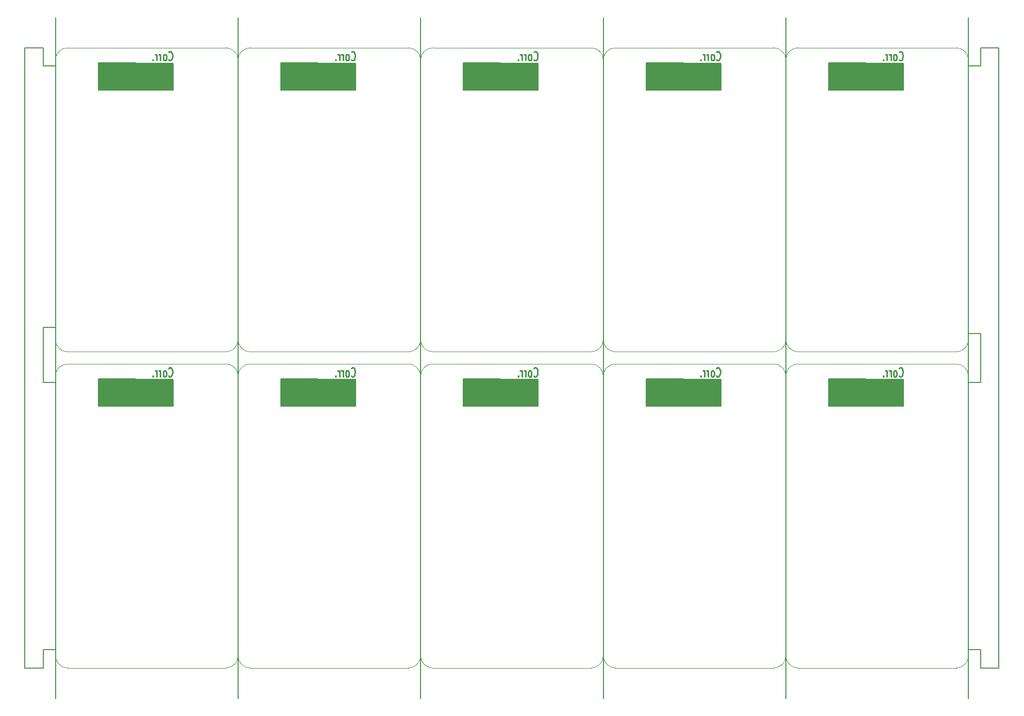
<source format=gbr>
G04 #@! TF.FileFunction,Legend,Bot*
%FSLAX46Y46*%
G04 Gerber Fmt 4.6, Leading zero omitted, Abs format (unit mm)*
G04 Created by KiCad (PCBNEW 4.0.6-e0-6349~53~ubuntu16.04.1) date Tue Jun 20 09:51:45 2017*
%MOMM*%
%LPD*%
G01*
G04 APERTURE LIST*
%ADD10C,0.200000*%
%ADD11C,0.100000*%
%ADD12C,0.250000*%
%ADD13C,0.150000*%
G04 APERTURE END LIST*
D10*
X204000000Y-29000000D02*
X204000000Y-141000000D01*
X174000000Y-141000000D02*
X174000000Y-29000000D01*
X144000000Y-29000000D02*
X144000000Y-141000000D01*
X114000000Y-141000000D02*
X114000000Y-29000000D01*
X84000000Y-29000000D02*
X84000000Y-141000000D01*
X54000000Y-29000000D02*
X54000000Y-141000000D01*
X206000000Y-133000000D02*
X204000000Y-133000000D01*
X206000000Y-136000000D02*
X206000000Y-133000000D01*
X204000000Y-134000000D02*
X204000000Y-89000000D01*
X209000000Y-136000000D02*
X206000000Y-136000000D01*
D11*
X204000000Y-134000000D02*
X204000000Y-88000000D01*
X204000000Y-134000000D02*
X204000000Y-88000000D01*
X204000000Y-134000000D02*
X204000000Y-88000000D01*
X204000000Y-134000000D02*
X204000000Y-88000000D01*
X202000000Y-136000000D02*
G75*
G03X204000000Y-134000000I0J2000000D01*
G01*
X202000000Y-136000000D02*
G75*
G03X204000000Y-134000000I0J2000000D01*
G01*
X202000000Y-136000000D02*
G75*
G03X204000000Y-134000000I0J2000000D01*
G01*
X202000000Y-136000000D02*
G75*
G03X204000000Y-134000000I0J2000000D01*
G01*
D10*
X52000000Y-133000000D02*
X54000000Y-133000000D01*
X52000000Y-136000000D02*
X52000000Y-133000000D01*
X49000000Y-136000000D02*
X52000000Y-136000000D01*
X52000000Y-37000000D02*
X52000000Y-34000000D01*
X54000000Y-37000000D02*
X52000000Y-37000000D01*
X54000000Y-80000000D02*
X54000000Y-37000000D01*
X52000000Y-80000000D02*
X54000000Y-80000000D01*
X52000000Y-89000000D02*
X52000000Y-80000000D01*
X54000000Y-89000000D02*
X52000000Y-89000000D01*
X54000000Y-133000000D02*
X54000000Y-89000000D01*
X49000000Y-34000000D02*
X49000000Y-136000000D01*
X52000000Y-34000000D02*
X49000000Y-34000000D01*
X206000000Y-37000000D02*
X206000000Y-34000000D01*
X204000000Y-37000000D02*
X206000000Y-37000000D01*
X204000000Y-81000000D02*
X204000000Y-37000000D01*
X206000000Y-81000000D02*
X204000000Y-81000000D01*
X206000000Y-89000000D02*
X206000000Y-81000000D01*
X204000000Y-89000000D02*
X206000000Y-89000000D01*
X209000000Y-34000000D02*
X209000000Y-136000000D01*
X206000000Y-34000000D02*
X209000000Y-34000000D01*
D11*
X54000000Y-88000000D02*
X54000000Y-134000000D01*
X54000000Y-88000000D02*
X54000000Y-134000000D01*
X54000000Y-88000000D02*
X54000000Y-134000000D01*
X54000000Y-88000000D02*
X54000000Y-134000000D01*
X56000000Y-86000000D02*
G75*
G03X54000000Y-88000000I0J-2000000D01*
G01*
X56000000Y-86000000D02*
G75*
G03X54000000Y-88000000I0J-2000000D01*
G01*
X56000000Y-86000000D02*
G75*
G03X54000000Y-88000000I0J-2000000D01*
G01*
X56000000Y-86000000D02*
G75*
G03X54000000Y-88000000I0J-2000000D01*
G01*
X54000000Y-134000000D02*
G75*
G03X56000000Y-136000000I2000000J0D01*
G01*
X54000000Y-134000000D02*
G75*
G03X56000000Y-136000000I2000000J0D01*
G01*
X54000000Y-134000000D02*
G75*
G03X56000000Y-136000000I2000000J0D01*
G01*
X54000000Y-134000000D02*
G75*
G03X56000000Y-136000000I2000000J0D01*
G01*
X54000000Y-36000000D02*
X54000000Y-82000000D01*
X56000000Y-34000000D02*
G75*
G03X54000000Y-36000000I0J-2000000D01*
G01*
X54000000Y-82000000D02*
G75*
G03X56000000Y-84000000I2000000J0D01*
G01*
X54000000Y-82000000D02*
G75*
G03X56000000Y-84000000I2000000J0D01*
G01*
X56000000Y-34000000D02*
G75*
G03X54000000Y-36000000I0J-2000000D01*
G01*
X54000000Y-36000000D02*
X54000000Y-82000000D01*
X54000000Y-36000000D02*
X54000000Y-82000000D01*
X56000000Y-34000000D02*
G75*
G03X54000000Y-36000000I0J-2000000D01*
G01*
X54000000Y-82000000D02*
G75*
G03X56000000Y-84000000I2000000J0D01*
G01*
X54000000Y-82000000D02*
G75*
G03X56000000Y-84000000I2000000J0D01*
G01*
X56000000Y-34000000D02*
G75*
G03X54000000Y-36000000I0J-2000000D01*
G01*
X54000000Y-36000000D02*
X54000000Y-82000000D01*
D12*
X192600000Y-87935714D02*
X192647619Y-88007143D01*
X192790476Y-88078571D01*
X192885714Y-88078571D01*
X193028572Y-88007143D01*
X193123810Y-87864286D01*
X193171429Y-87721429D01*
X193219048Y-87435714D01*
X193219048Y-87221429D01*
X193171429Y-86935714D01*
X193123810Y-86792857D01*
X193028572Y-86650000D01*
X192885714Y-86578571D01*
X192790476Y-86578571D01*
X192647619Y-86650000D01*
X192600000Y-86721429D01*
X192028572Y-88078571D02*
X192123810Y-88007143D01*
X192171429Y-87935714D01*
X192219048Y-87792857D01*
X192219048Y-87364286D01*
X192171429Y-87221429D01*
X192123810Y-87150000D01*
X192028572Y-87078571D01*
X191885714Y-87078571D01*
X191790476Y-87150000D01*
X191742857Y-87221429D01*
X191695238Y-87364286D01*
X191695238Y-87792857D01*
X191742857Y-87935714D01*
X191790476Y-88007143D01*
X191885714Y-88078571D01*
X192028572Y-88078571D01*
X191266667Y-88078571D02*
X191266667Y-87078571D01*
X191266667Y-87364286D02*
X191219048Y-87221429D01*
X191171429Y-87150000D01*
X191076191Y-87078571D01*
X190980952Y-87078571D01*
X190647619Y-88078571D02*
X190647619Y-87078571D01*
X190647619Y-87364286D02*
X190600000Y-87221429D01*
X190552381Y-87150000D01*
X190457143Y-87078571D01*
X190361904Y-87078571D01*
X190028571Y-87935714D02*
X189980952Y-88007143D01*
X190028571Y-88078571D01*
X190076190Y-88007143D01*
X190028571Y-87935714D01*
X190028571Y-88078571D01*
X192600000Y-87935714D02*
X192647619Y-88007143D01*
X192790476Y-88078571D01*
X192885714Y-88078571D01*
X193028572Y-88007143D01*
X193123810Y-87864286D01*
X193171429Y-87721429D01*
X193219048Y-87435714D01*
X193219048Y-87221429D01*
X193171429Y-86935714D01*
X193123810Y-86792857D01*
X193028572Y-86650000D01*
X192885714Y-86578571D01*
X192790476Y-86578571D01*
X192647619Y-86650000D01*
X192600000Y-86721429D01*
X192028572Y-88078571D02*
X192123810Y-88007143D01*
X192171429Y-87935714D01*
X192219048Y-87792857D01*
X192219048Y-87364286D01*
X192171429Y-87221429D01*
X192123810Y-87150000D01*
X192028572Y-87078571D01*
X191885714Y-87078571D01*
X191790476Y-87150000D01*
X191742857Y-87221429D01*
X191695238Y-87364286D01*
X191695238Y-87792857D01*
X191742857Y-87935714D01*
X191790476Y-88007143D01*
X191885714Y-88078571D01*
X192028572Y-88078571D01*
X191266667Y-88078571D02*
X191266667Y-87078571D01*
X191266667Y-87364286D02*
X191219048Y-87221429D01*
X191171429Y-87150000D01*
X191076191Y-87078571D01*
X190980952Y-87078571D01*
X190647619Y-88078571D02*
X190647619Y-87078571D01*
X190647619Y-87364286D02*
X190600000Y-87221429D01*
X190552381Y-87150000D01*
X190457143Y-87078571D01*
X190361904Y-87078571D01*
X190028571Y-87935714D02*
X189980952Y-88007143D01*
X190028571Y-88078571D01*
X190076190Y-88007143D01*
X190028571Y-87935714D01*
X190028571Y-88078571D01*
X192600000Y-87935714D02*
X192647619Y-88007143D01*
X192790476Y-88078571D01*
X192885714Y-88078571D01*
X193028572Y-88007143D01*
X193123810Y-87864286D01*
X193171429Y-87721429D01*
X193219048Y-87435714D01*
X193219048Y-87221429D01*
X193171429Y-86935714D01*
X193123810Y-86792857D01*
X193028572Y-86650000D01*
X192885714Y-86578571D01*
X192790476Y-86578571D01*
X192647619Y-86650000D01*
X192600000Y-86721429D01*
X192028572Y-88078571D02*
X192123810Y-88007143D01*
X192171429Y-87935714D01*
X192219048Y-87792857D01*
X192219048Y-87364286D01*
X192171429Y-87221429D01*
X192123810Y-87150000D01*
X192028572Y-87078571D01*
X191885714Y-87078571D01*
X191790476Y-87150000D01*
X191742857Y-87221429D01*
X191695238Y-87364286D01*
X191695238Y-87792857D01*
X191742857Y-87935714D01*
X191790476Y-88007143D01*
X191885714Y-88078571D01*
X192028572Y-88078571D01*
X191266667Y-88078571D02*
X191266667Y-87078571D01*
X191266667Y-87364286D02*
X191219048Y-87221429D01*
X191171429Y-87150000D01*
X191076191Y-87078571D01*
X190980952Y-87078571D01*
X190647619Y-88078571D02*
X190647619Y-87078571D01*
X190647619Y-87364286D02*
X190600000Y-87221429D01*
X190552381Y-87150000D01*
X190457143Y-87078571D01*
X190361904Y-87078571D01*
X190028571Y-87935714D02*
X189980952Y-88007143D01*
X190028571Y-88078571D01*
X190076190Y-88007143D01*
X190028571Y-87935714D01*
X190028571Y-88078571D01*
X192600000Y-87935714D02*
X192647619Y-88007143D01*
X192790476Y-88078571D01*
X192885714Y-88078571D01*
X193028572Y-88007143D01*
X193123810Y-87864286D01*
X193171429Y-87721429D01*
X193219048Y-87435714D01*
X193219048Y-87221429D01*
X193171429Y-86935714D01*
X193123810Y-86792857D01*
X193028572Y-86650000D01*
X192885714Y-86578571D01*
X192790476Y-86578571D01*
X192647619Y-86650000D01*
X192600000Y-86721429D01*
X192028572Y-88078571D02*
X192123810Y-88007143D01*
X192171429Y-87935714D01*
X192219048Y-87792857D01*
X192219048Y-87364286D01*
X192171429Y-87221429D01*
X192123810Y-87150000D01*
X192028572Y-87078571D01*
X191885714Y-87078571D01*
X191790476Y-87150000D01*
X191742857Y-87221429D01*
X191695238Y-87364286D01*
X191695238Y-87792857D01*
X191742857Y-87935714D01*
X191790476Y-88007143D01*
X191885714Y-88078571D01*
X192028572Y-88078571D01*
X191266667Y-88078571D02*
X191266667Y-87078571D01*
X191266667Y-87364286D02*
X191219048Y-87221429D01*
X191171429Y-87150000D01*
X191076191Y-87078571D01*
X190980952Y-87078571D01*
X190647619Y-88078571D02*
X190647619Y-87078571D01*
X190647619Y-87364286D02*
X190600000Y-87221429D01*
X190552381Y-87150000D01*
X190457143Y-87078571D01*
X190361904Y-87078571D01*
X190028571Y-87935714D02*
X189980952Y-88007143D01*
X190028571Y-88078571D01*
X190076190Y-88007143D01*
X190028571Y-87935714D01*
X190028571Y-88078571D01*
X102600000Y-87935714D02*
X102647619Y-88007143D01*
X102790476Y-88078571D01*
X102885714Y-88078571D01*
X103028572Y-88007143D01*
X103123810Y-87864286D01*
X103171429Y-87721429D01*
X103219048Y-87435714D01*
X103219048Y-87221429D01*
X103171429Y-86935714D01*
X103123810Y-86792857D01*
X103028572Y-86650000D01*
X102885714Y-86578571D01*
X102790476Y-86578571D01*
X102647619Y-86650000D01*
X102600000Y-86721429D01*
X102028572Y-88078571D02*
X102123810Y-88007143D01*
X102171429Y-87935714D01*
X102219048Y-87792857D01*
X102219048Y-87364286D01*
X102171429Y-87221429D01*
X102123810Y-87150000D01*
X102028572Y-87078571D01*
X101885714Y-87078571D01*
X101790476Y-87150000D01*
X101742857Y-87221429D01*
X101695238Y-87364286D01*
X101695238Y-87792857D01*
X101742857Y-87935714D01*
X101790476Y-88007143D01*
X101885714Y-88078571D01*
X102028572Y-88078571D01*
X101266667Y-88078571D02*
X101266667Y-87078571D01*
X101266667Y-87364286D02*
X101219048Y-87221429D01*
X101171429Y-87150000D01*
X101076191Y-87078571D01*
X100980952Y-87078571D01*
X100647619Y-88078571D02*
X100647619Y-87078571D01*
X100647619Y-87364286D02*
X100600000Y-87221429D01*
X100552381Y-87150000D01*
X100457143Y-87078571D01*
X100361904Y-87078571D01*
X100028571Y-87935714D02*
X99980952Y-88007143D01*
X100028571Y-88078571D01*
X100076190Y-88007143D01*
X100028571Y-87935714D01*
X100028571Y-88078571D01*
X102600000Y-87935714D02*
X102647619Y-88007143D01*
X102790476Y-88078571D01*
X102885714Y-88078571D01*
X103028572Y-88007143D01*
X103123810Y-87864286D01*
X103171429Y-87721429D01*
X103219048Y-87435714D01*
X103219048Y-87221429D01*
X103171429Y-86935714D01*
X103123810Y-86792857D01*
X103028572Y-86650000D01*
X102885714Y-86578571D01*
X102790476Y-86578571D01*
X102647619Y-86650000D01*
X102600000Y-86721429D01*
X102028572Y-88078571D02*
X102123810Y-88007143D01*
X102171429Y-87935714D01*
X102219048Y-87792857D01*
X102219048Y-87364286D01*
X102171429Y-87221429D01*
X102123810Y-87150000D01*
X102028572Y-87078571D01*
X101885714Y-87078571D01*
X101790476Y-87150000D01*
X101742857Y-87221429D01*
X101695238Y-87364286D01*
X101695238Y-87792857D01*
X101742857Y-87935714D01*
X101790476Y-88007143D01*
X101885714Y-88078571D01*
X102028572Y-88078571D01*
X101266667Y-88078571D02*
X101266667Y-87078571D01*
X101266667Y-87364286D02*
X101219048Y-87221429D01*
X101171429Y-87150000D01*
X101076191Y-87078571D01*
X100980952Y-87078571D01*
X100647619Y-88078571D02*
X100647619Y-87078571D01*
X100647619Y-87364286D02*
X100600000Y-87221429D01*
X100552381Y-87150000D01*
X100457143Y-87078571D01*
X100361904Y-87078571D01*
X100028571Y-87935714D02*
X99980952Y-88007143D01*
X100028571Y-88078571D01*
X100076190Y-88007143D01*
X100028571Y-87935714D01*
X100028571Y-88078571D01*
X102600000Y-87935714D02*
X102647619Y-88007143D01*
X102790476Y-88078571D01*
X102885714Y-88078571D01*
X103028572Y-88007143D01*
X103123810Y-87864286D01*
X103171429Y-87721429D01*
X103219048Y-87435714D01*
X103219048Y-87221429D01*
X103171429Y-86935714D01*
X103123810Y-86792857D01*
X103028572Y-86650000D01*
X102885714Y-86578571D01*
X102790476Y-86578571D01*
X102647619Y-86650000D01*
X102600000Y-86721429D01*
X102028572Y-88078571D02*
X102123810Y-88007143D01*
X102171429Y-87935714D01*
X102219048Y-87792857D01*
X102219048Y-87364286D01*
X102171429Y-87221429D01*
X102123810Y-87150000D01*
X102028572Y-87078571D01*
X101885714Y-87078571D01*
X101790476Y-87150000D01*
X101742857Y-87221429D01*
X101695238Y-87364286D01*
X101695238Y-87792857D01*
X101742857Y-87935714D01*
X101790476Y-88007143D01*
X101885714Y-88078571D01*
X102028572Y-88078571D01*
X101266667Y-88078571D02*
X101266667Y-87078571D01*
X101266667Y-87364286D02*
X101219048Y-87221429D01*
X101171429Y-87150000D01*
X101076191Y-87078571D01*
X100980952Y-87078571D01*
X100647619Y-88078571D02*
X100647619Y-87078571D01*
X100647619Y-87364286D02*
X100600000Y-87221429D01*
X100552381Y-87150000D01*
X100457143Y-87078571D01*
X100361904Y-87078571D01*
X100028571Y-87935714D02*
X99980952Y-88007143D01*
X100028571Y-88078571D01*
X100076190Y-88007143D01*
X100028571Y-87935714D01*
X100028571Y-88078571D01*
X102600000Y-87935714D02*
X102647619Y-88007143D01*
X102790476Y-88078571D01*
X102885714Y-88078571D01*
X103028572Y-88007143D01*
X103123810Y-87864286D01*
X103171429Y-87721429D01*
X103219048Y-87435714D01*
X103219048Y-87221429D01*
X103171429Y-86935714D01*
X103123810Y-86792857D01*
X103028572Y-86650000D01*
X102885714Y-86578571D01*
X102790476Y-86578571D01*
X102647619Y-86650000D01*
X102600000Y-86721429D01*
X102028572Y-88078571D02*
X102123810Y-88007143D01*
X102171429Y-87935714D01*
X102219048Y-87792857D01*
X102219048Y-87364286D01*
X102171429Y-87221429D01*
X102123810Y-87150000D01*
X102028572Y-87078571D01*
X101885714Y-87078571D01*
X101790476Y-87150000D01*
X101742857Y-87221429D01*
X101695238Y-87364286D01*
X101695238Y-87792857D01*
X101742857Y-87935714D01*
X101790476Y-88007143D01*
X101885714Y-88078571D01*
X102028572Y-88078571D01*
X101266667Y-88078571D02*
X101266667Y-87078571D01*
X101266667Y-87364286D02*
X101219048Y-87221429D01*
X101171429Y-87150000D01*
X101076191Y-87078571D01*
X100980952Y-87078571D01*
X100647619Y-88078571D02*
X100647619Y-87078571D01*
X100647619Y-87364286D02*
X100600000Y-87221429D01*
X100552381Y-87150000D01*
X100457143Y-87078571D01*
X100361904Y-87078571D01*
X100028571Y-87935714D02*
X99980952Y-88007143D01*
X100028571Y-88078571D01*
X100076190Y-88007143D01*
X100028571Y-87935714D01*
X100028571Y-88078571D01*
X162600000Y-87935714D02*
X162647619Y-88007143D01*
X162790476Y-88078571D01*
X162885714Y-88078571D01*
X163028572Y-88007143D01*
X163123810Y-87864286D01*
X163171429Y-87721429D01*
X163219048Y-87435714D01*
X163219048Y-87221429D01*
X163171429Y-86935714D01*
X163123810Y-86792857D01*
X163028572Y-86650000D01*
X162885714Y-86578571D01*
X162790476Y-86578571D01*
X162647619Y-86650000D01*
X162600000Y-86721429D01*
X162028572Y-88078571D02*
X162123810Y-88007143D01*
X162171429Y-87935714D01*
X162219048Y-87792857D01*
X162219048Y-87364286D01*
X162171429Y-87221429D01*
X162123810Y-87150000D01*
X162028572Y-87078571D01*
X161885714Y-87078571D01*
X161790476Y-87150000D01*
X161742857Y-87221429D01*
X161695238Y-87364286D01*
X161695238Y-87792857D01*
X161742857Y-87935714D01*
X161790476Y-88007143D01*
X161885714Y-88078571D01*
X162028572Y-88078571D01*
X161266667Y-88078571D02*
X161266667Y-87078571D01*
X161266667Y-87364286D02*
X161219048Y-87221429D01*
X161171429Y-87150000D01*
X161076191Y-87078571D01*
X160980952Y-87078571D01*
X160647619Y-88078571D02*
X160647619Y-87078571D01*
X160647619Y-87364286D02*
X160600000Y-87221429D01*
X160552381Y-87150000D01*
X160457143Y-87078571D01*
X160361904Y-87078571D01*
X160028571Y-87935714D02*
X159980952Y-88007143D01*
X160028571Y-88078571D01*
X160076190Y-88007143D01*
X160028571Y-87935714D01*
X160028571Y-88078571D01*
X162600000Y-87935714D02*
X162647619Y-88007143D01*
X162790476Y-88078571D01*
X162885714Y-88078571D01*
X163028572Y-88007143D01*
X163123810Y-87864286D01*
X163171429Y-87721429D01*
X163219048Y-87435714D01*
X163219048Y-87221429D01*
X163171429Y-86935714D01*
X163123810Y-86792857D01*
X163028572Y-86650000D01*
X162885714Y-86578571D01*
X162790476Y-86578571D01*
X162647619Y-86650000D01*
X162600000Y-86721429D01*
X162028572Y-88078571D02*
X162123810Y-88007143D01*
X162171429Y-87935714D01*
X162219048Y-87792857D01*
X162219048Y-87364286D01*
X162171429Y-87221429D01*
X162123810Y-87150000D01*
X162028572Y-87078571D01*
X161885714Y-87078571D01*
X161790476Y-87150000D01*
X161742857Y-87221429D01*
X161695238Y-87364286D01*
X161695238Y-87792857D01*
X161742857Y-87935714D01*
X161790476Y-88007143D01*
X161885714Y-88078571D01*
X162028572Y-88078571D01*
X161266667Y-88078571D02*
X161266667Y-87078571D01*
X161266667Y-87364286D02*
X161219048Y-87221429D01*
X161171429Y-87150000D01*
X161076191Y-87078571D01*
X160980952Y-87078571D01*
X160647619Y-88078571D02*
X160647619Y-87078571D01*
X160647619Y-87364286D02*
X160600000Y-87221429D01*
X160552381Y-87150000D01*
X160457143Y-87078571D01*
X160361904Y-87078571D01*
X160028571Y-87935714D02*
X159980952Y-88007143D01*
X160028571Y-88078571D01*
X160076190Y-88007143D01*
X160028571Y-87935714D01*
X160028571Y-88078571D01*
X162600000Y-87935714D02*
X162647619Y-88007143D01*
X162790476Y-88078571D01*
X162885714Y-88078571D01*
X163028572Y-88007143D01*
X163123810Y-87864286D01*
X163171429Y-87721429D01*
X163219048Y-87435714D01*
X163219048Y-87221429D01*
X163171429Y-86935714D01*
X163123810Y-86792857D01*
X163028572Y-86650000D01*
X162885714Y-86578571D01*
X162790476Y-86578571D01*
X162647619Y-86650000D01*
X162600000Y-86721429D01*
X162028572Y-88078571D02*
X162123810Y-88007143D01*
X162171429Y-87935714D01*
X162219048Y-87792857D01*
X162219048Y-87364286D01*
X162171429Y-87221429D01*
X162123810Y-87150000D01*
X162028572Y-87078571D01*
X161885714Y-87078571D01*
X161790476Y-87150000D01*
X161742857Y-87221429D01*
X161695238Y-87364286D01*
X161695238Y-87792857D01*
X161742857Y-87935714D01*
X161790476Y-88007143D01*
X161885714Y-88078571D01*
X162028572Y-88078571D01*
X161266667Y-88078571D02*
X161266667Y-87078571D01*
X161266667Y-87364286D02*
X161219048Y-87221429D01*
X161171429Y-87150000D01*
X161076191Y-87078571D01*
X160980952Y-87078571D01*
X160647619Y-88078571D02*
X160647619Y-87078571D01*
X160647619Y-87364286D02*
X160600000Y-87221429D01*
X160552381Y-87150000D01*
X160457143Y-87078571D01*
X160361904Y-87078571D01*
X160028571Y-87935714D02*
X159980952Y-88007143D01*
X160028571Y-88078571D01*
X160076190Y-88007143D01*
X160028571Y-87935714D01*
X160028571Y-88078571D01*
X162600000Y-87935714D02*
X162647619Y-88007143D01*
X162790476Y-88078571D01*
X162885714Y-88078571D01*
X163028572Y-88007143D01*
X163123810Y-87864286D01*
X163171429Y-87721429D01*
X163219048Y-87435714D01*
X163219048Y-87221429D01*
X163171429Y-86935714D01*
X163123810Y-86792857D01*
X163028572Y-86650000D01*
X162885714Y-86578571D01*
X162790476Y-86578571D01*
X162647619Y-86650000D01*
X162600000Y-86721429D01*
X162028572Y-88078571D02*
X162123810Y-88007143D01*
X162171429Y-87935714D01*
X162219048Y-87792857D01*
X162219048Y-87364286D01*
X162171429Y-87221429D01*
X162123810Y-87150000D01*
X162028572Y-87078571D01*
X161885714Y-87078571D01*
X161790476Y-87150000D01*
X161742857Y-87221429D01*
X161695238Y-87364286D01*
X161695238Y-87792857D01*
X161742857Y-87935714D01*
X161790476Y-88007143D01*
X161885714Y-88078571D01*
X162028572Y-88078571D01*
X161266667Y-88078571D02*
X161266667Y-87078571D01*
X161266667Y-87364286D02*
X161219048Y-87221429D01*
X161171429Y-87150000D01*
X161076191Y-87078571D01*
X160980952Y-87078571D01*
X160647619Y-88078571D02*
X160647619Y-87078571D01*
X160647619Y-87364286D02*
X160600000Y-87221429D01*
X160552381Y-87150000D01*
X160457143Y-87078571D01*
X160361904Y-87078571D01*
X160028571Y-87935714D02*
X159980952Y-88007143D01*
X160028571Y-88078571D01*
X160076190Y-88007143D01*
X160028571Y-87935714D01*
X160028571Y-88078571D01*
X72600000Y-87935714D02*
X72647619Y-88007143D01*
X72790476Y-88078571D01*
X72885714Y-88078571D01*
X73028572Y-88007143D01*
X73123810Y-87864286D01*
X73171429Y-87721429D01*
X73219048Y-87435714D01*
X73219048Y-87221429D01*
X73171429Y-86935714D01*
X73123810Y-86792857D01*
X73028572Y-86650000D01*
X72885714Y-86578571D01*
X72790476Y-86578571D01*
X72647619Y-86650000D01*
X72600000Y-86721429D01*
X72028572Y-88078571D02*
X72123810Y-88007143D01*
X72171429Y-87935714D01*
X72219048Y-87792857D01*
X72219048Y-87364286D01*
X72171429Y-87221429D01*
X72123810Y-87150000D01*
X72028572Y-87078571D01*
X71885714Y-87078571D01*
X71790476Y-87150000D01*
X71742857Y-87221429D01*
X71695238Y-87364286D01*
X71695238Y-87792857D01*
X71742857Y-87935714D01*
X71790476Y-88007143D01*
X71885714Y-88078571D01*
X72028572Y-88078571D01*
X71266667Y-88078571D02*
X71266667Y-87078571D01*
X71266667Y-87364286D02*
X71219048Y-87221429D01*
X71171429Y-87150000D01*
X71076191Y-87078571D01*
X70980952Y-87078571D01*
X70647619Y-88078571D02*
X70647619Y-87078571D01*
X70647619Y-87364286D02*
X70600000Y-87221429D01*
X70552381Y-87150000D01*
X70457143Y-87078571D01*
X70361904Y-87078571D01*
X70028571Y-87935714D02*
X69980952Y-88007143D01*
X70028571Y-88078571D01*
X70076190Y-88007143D01*
X70028571Y-87935714D01*
X70028571Y-88078571D01*
X72600000Y-87935714D02*
X72647619Y-88007143D01*
X72790476Y-88078571D01*
X72885714Y-88078571D01*
X73028572Y-88007143D01*
X73123810Y-87864286D01*
X73171429Y-87721429D01*
X73219048Y-87435714D01*
X73219048Y-87221429D01*
X73171429Y-86935714D01*
X73123810Y-86792857D01*
X73028572Y-86650000D01*
X72885714Y-86578571D01*
X72790476Y-86578571D01*
X72647619Y-86650000D01*
X72600000Y-86721429D01*
X72028572Y-88078571D02*
X72123810Y-88007143D01*
X72171429Y-87935714D01*
X72219048Y-87792857D01*
X72219048Y-87364286D01*
X72171429Y-87221429D01*
X72123810Y-87150000D01*
X72028572Y-87078571D01*
X71885714Y-87078571D01*
X71790476Y-87150000D01*
X71742857Y-87221429D01*
X71695238Y-87364286D01*
X71695238Y-87792857D01*
X71742857Y-87935714D01*
X71790476Y-88007143D01*
X71885714Y-88078571D01*
X72028572Y-88078571D01*
X71266667Y-88078571D02*
X71266667Y-87078571D01*
X71266667Y-87364286D02*
X71219048Y-87221429D01*
X71171429Y-87150000D01*
X71076191Y-87078571D01*
X70980952Y-87078571D01*
X70647619Y-88078571D02*
X70647619Y-87078571D01*
X70647619Y-87364286D02*
X70600000Y-87221429D01*
X70552381Y-87150000D01*
X70457143Y-87078571D01*
X70361904Y-87078571D01*
X70028571Y-87935714D02*
X69980952Y-88007143D01*
X70028571Y-88078571D01*
X70076190Y-88007143D01*
X70028571Y-87935714D01*
X70028571Y-88078571D01*
X72600000Y-87935714D02*
X72647619Y-88007143D01*
X72790476Y-88078571D01*
X72885714Y-88078571D01*
X73028572Y-88007143D01*
X73123810Y-87864286D01*
X73171429Y-87721429D01*
X73219048Y-87435714D01*
X73219048Y-87221429D01*
X73171429Y-86935714D01*
X73123810Y-86792857D01*
X73028572Y-86650000D01*
X72885714Y-86578571D01*
X72790476Y-86578571D01*
X72647619Y-86650000D01*
X72600000Y-86721429D01*
X72028572Y-88078571D02*
X72123810Y-88007143D01*
X72171429Y-87935714D01*
X72219048Y-87792857D01*
X72219048Y-87364286D01*
X72171429Y-87221429D01*
X72123810Y-87150000D01*
X72028572Y-87078571D01*
X71885714Y-87078571D01*
X71790476Y-87150000D01*
X71742857Y-87221429D01*
X71695238Y-87364286D01*
X71695238Y-87792857D01*
X71742857Y-87935714D01*
X71790476Y-88007143D01*
X71885714Y-88078571D01*
X72028572Y-88078571D01*
X71266667Y-88078571D02*
X71266667Y-87078571D01*
X71266667Y-87364286D02*
X71219048Y-87221429D01*
X71171429Y-87150000D01*
X71076191Y-87078571D01*
X70980952Y-87078571D01*
X70647619Y-88078571D02*
X70647619Y-87078571D01*
X70647619Y-87364286D02*
X70600000Y-87221429D01*
X70552381Y-87150000D01*
X70457143Y-87078571D01*
X70361904Y-87078571D01*
X70028571Y-87935714D02*
X69980952Y-88007143D01*
X70028571Y-88078571D01*
X70076190Y-88007143D01*
X70028571Y-87935714D01*
X70028571Y-88078571D01*
X72600000Y-87935714D02*
X72647619Y-88007143D01*
X72790476Y-88078571D01*
X72885714Y-88078571D01*
X73028572Y-88007143D01*
X73123810Y-87864286D01*
X73171429Y-87721429D01*
X73219048Y-87435714D01*
X73219048Y-87221429D01*
X73171429Y-86935714D01*
X73123810Y-86792857D01*
X73028572Y-86650000D01*
X72885714Y-86578571D01*
X72790476Y-86578571D01*
X72647619Y-86650000D01*
X72600000Y-86721429D01*
X72028572Y-88078571D02*
X72123810Y-88007143D01*
X72171429Y-87935714D01*
X72219048Y-87792857D01*
X72219048Y-87364286D01*
X72171429Y-87221429D01*
X72123810Y-87150000D01*
X72028572Y-87078571D01*
X71885714Y-87078571D01*
X71790476Y-87150000D01*
X71742857Y-87221429D01*
X71695238Y-87364286D01*
X71695238Y-87792857D01*
X71742857Y-87935714D01*
X71790476Y-88007143D01*
X71885714Y-88078571D01*
X72028572Y-88078571D01*
X71266667Y-88078571D02*
X71266667Y-87078571D01*
X71266667Y-87364286D02*
X71219048Y-87221429D01*
X71171429Y-87150000D01*
X71076191Y-87078571D01*
X70980952Y-87078571D01*
X70647619Y-88078571D02*
X70647619Y-87078571D01*
X70647619Y-87364286D02*
X70600000Y-87221429D01*
X70552381Y-87150000D01*
X70457143Y-87078571D01*
X70361904Y-87078571D01*
X70028571Y-87935714D02*
X69980952Y-88007143D01*
X70028571Y-88078571D01*
X70076190Y-88007143D01*
X70028571Y-87935714D01*
X70028571Y-88078571D01*
X132600000Y-87935714D02*
X132647619Y-88007143D01*
X132790476Y-88078571D01*
X132885714Y-88078571D01*
X133028572Y-88007143D01*
X133123810Y-87864286D01*
X133171429Y-87721429D01*
X133219048Y-87435714D01*
X133219048Y-87221429D01*
X133171429Y-86935714D01*
X133123810Y-86792857D01*
X133028572Y-86650000D01*
X132885714Y-86578571D01*
X132790476Y-86578571D01*
X132647619Y-86650000D01*
X132600000Y-86721429D01*
X132028572Y-88078571D02*
X132123810Y-88007143D01*
X132171429Y-87935714D01*
X132219048Y-87792857D01*
X132219048Y-87364286D01*
X132171429Y-87221429D01*
X132123810Y-87150000D01*
X132028572Y-87078571D01*
X131885714Y-87078571D01*
X131790476Y-87150000D01*
X131742857Y-87221429D01*
X131695238Y-87364286D01*
X131695238Y-87792857D01*
X131742857Y-87935714D01*
X131790476Y-88007143D01*
X131885714Y-88078571D01*
X132028572Y-88078571D01*
X131266667Y-88078571D02*
X131266667Y-87078571D01*
X131266667Y-87364286D02*
X131219048Y-87221429D01*
X131171429Y-87150000D01*
X131076191Y-87078571D01*
X130980952Y-87078571D01*
X130647619Y-88078571D02*
X130647619Y-87078571D01*
X130647619Y-87364286D02*
X130600000Y-87221429D01*
X130552381Y-87150000D01*
X130457143Y-87078571D01*
X130361904Y-87078571D01*
X130028571Y-87935714D02*
X129980952Y-88007143D01*
X130028571Y-88078571D01*
X130076190Y-88007143D01*
X130028571Y-87935714D01*
X130028571Y-88078571D01*
X132600000Y-87935714D02*
X132647619Y-88007143D01*
X132790476Y-88078571D01*
X132885714Y-88078571D01*
X133028572Y-88007143D01*
X133123810Y-87864286D01*
X133171429Y-87721429D01*
X133219048Y-87435714D01*
X133219048Y-87221429D01*
X133171429Y-86935714D01*
X133123810Y-86792857D01*
X133028572Y-86650000D01*
X132885714Y-86578571D01*
X132790476Y-86578571D01*
X132647619Y-86650000D01*
X132600000Y-86721429D01*
X132028572Y-88078571D02*
X132123810Y-88007143D01*
X132171429Y-87935714D01*
X132219048Y-87792857D01*
X132219048Y-87364286D01*
X132171429Y-87221429D01*
X132123810Y-87150000D01*
X132028572Y-87078571D01*
X131885714Y-87078571D01*
X131790476Y-87150000D01*
X131742857Y-87221429D01*
X131695238Y-87364286D01*
X131695238Y-87792857D01*
X131742857Y-87935714D01*
X131790476Y-88007143D01*
X131885714Y-88078571D01*
X132028572Y-88078571D01*
X131266667Y-88078571D02*
X131266667Y-87078571D01*
X131266667Y-87364286D02*
X131219048Y-87221429D01*
X131171429Y-87150000D01*
X131076191Y-87078571D01*
X130980952Y-87078571D01*
X130647619Y-88078571D02*
X130647619Y-87078571D01*
X130647619Y-87364286D02*
X130600000Y-87221429D01*
X130552381Y-87150000D01*
X130457143Y-87078571D01*
X130361904Y-87078571D01*
X130028571Y-87935714D02*
X129980952Y-88007143D01*
X130028571Y-88078571D01*
X130076190Y-88007143D01*
X130028571Y-87935714D01*
X130028571Y-88078571D01*
X132600000Y-87935714D02*
X132647619Y-88007143D01*
X132790476Y-88078571D01*
X132885714Y-88078571D01*
X133028572Y-88007143D01*
X133123810Y-87864286D01*
X133171429Y-87721429D01*
X133219048Y-87435714D01*
X133219048Y-87221429D01*
X133171429Y-86935714D01*
X133123810Y-86792857D01*
X133028572Y-86650000D01*
X132885714Y-86578571D01*
X132790476Y-86578571D01*
X132647619Y-86650000D01*
X132600000Y-86721429D01*
X132028572Y-88078571D02*
X132123810Y-88007143D01*
X132171429Y-87935714D01*
X132219048Y-87792857D01*
X132219048Y-87364286D01*
X132171429Y-87221429D01*
X132123810Y-87150000D01*
X132028572Y-87078571D01*
X131885714Y-87078571D01*
X131790476Y-87150000D01*
X131742857Y-87221429D01*
X131695238Y-87364286D01*
X131695238Y-87792857D01*
X131742857Y-87935714D01*
X131790476Y-88007143D01*
X131885714Y-88078571D01*
X132028572Y-88078571D01*
X131266667Y-88078571D02*
X131266667Y-87078571D01*
X131266667Y-87364286D02*
X131219048Y-87221429D01*
X131171429Y-87150000D01*
X131076191Y-87078571D01*
X130980952Y-87078571D01*
X130647619Y-88078571D02*
X130647619Y-87078571D01*
X130647619Y-87364286D02*
X130600000Y-87221429D01*
X130552381Y-87150000D01*
X130457143Y-87078571D01*
X130361904Y-87078571D01*
X130028571Y-87935714D02*
X129980952Y-88007143D01*
X130028571Y-88078571D01*
X130076190Y-88007143D01*
X130028571Y-87935714D01*
X130028571Y-88078571D01*
X132600000Y-87935714D02*
X132647619Y-88007143D01*
X132790476Y-88078571D01*
X132885714Y-88078571D01*
X133028572Y-88007143D01*
X133123810Y-87864286D01*
X133171429Y-87721429D01*
X133219048Y-87435714D01*
X133219048Y-87221429D01*
X133171429Y-86935714D01*
X133123810Y-86792857D01*
X133028572Y-86650000D01*
X132885714Y-86578571D01*
X132790476Y-86578571D01*
X132647619Y-86650000D01*
X132600000Y-86721429D01*
X132028572Y-88078571D02*
X132123810Y-88007143D01*
X132171429Y-87935714D01*
X132219048Y-87792857D01*
X132219048Y-87364286D01*
X132171429Y-87221429D01*
X132123810Y-87150000D01*
X132028572Y-87078571D01*
X131885714Y-87078571D01*
X131790476Y-87150000D01*
X131742857Y-87221429D01*
X131695238Y-87364286D01*
X131695238Y-87792857D01*
X131742857Y-87935714D01*
X131790476Y-88007143D01*
X131885714Y-88078571D01*
X132028572Y-88078571D01*
X131266667Y-88078571D02*
X131266667Y-87078571D01*
X131266667Y-87364286D02*
X131219048Y-87221429D01*
X131171429Y-87150000D01*
X131076191Y-87078571D01*
X130980952Y-87078571D01*
X130647619Y-88078571D02*
X130647619Y-87078571D01*
X130647619Y-87364286D02*
X130600000Y-87221429D01*
X130552381Y-87150000D01*
X130457143Y-87078571D01*
X130361904Y-87078571D01*
X130028571Y-87935714D02*
X129980952Y-88007143D01*
X130028571Y-88078571D01*
X130076190Y-88007143D01*
X130028571Y-87935714D01*
X130028571Y-88078571D01*
D11*
X84000000Y-88000000D02*
X84000000Y-134000000D01*
X82000000Y-86000000D02*
X56000000Y-86000000D01*
X82000000Y-86000000D02*
X56000000Y-86000000D01*
X82000000Y-86000000D02*
X56000000Y-86000000D01*
X82000000Y-86000000D02*
X56000000Y-86000000D01*
X56000000Y-136000000D02*
X82000000Y-136000000D01*
X56000000Y-136000000D02*
X82000000Y-136000000D01*
X56000000Y-136000000D02*
X82000000Y-136000000D01*
X56000000Y-136000000D02*
X82000000Y-136000000D01*
X84000000Y-134000000D02*
X84000000Y-88000000D01*
X84000000Y-88000000D02*
X84000000Y-134000000D01*
X84000000Y-134000000D02*
X84000000Y-88000000D01*
X84000000Y-134000000D02*
X84000000Y-88000000D01*
X84000000Y-88000000D02*
X84000000Y-134000000D01*
X84000000Y-88000000D02*
G75*
G03X82000000Y-86000000I-2000000J0D01*
G01*
X86000000Y-86000000D02*
G75*
G03X84000000Y-88000000I0J-2000000D01*
G01*
X84000000Y-88000000D02*
G75*
G03X82000000Y-86000000I-2000000J0D01*
G01*
X86000000Y-86000000D02*
G75*
G03X84000000Y-88000000I0J-2000000D01*
G01*
X84000000Y-88000000D02*
G75*
G03X82000000Y-86000000I-2000000J0D01*
G01*
X84000000Y-88000000D02*
G75*
G03X82000000Y-86000000I-2000000J0D01*
G01*
X86000000Y-86000000D02*
G75*
G03X84000000Y-88000000I0J-2000000D01*
G01*
X174000000Y-134000000D02*
X174000000Y-88000000D01*
X174000000Y-88000000D02*
X174000000Y-134000000D01*
X174000000Y-88000000D02*
X174000000Y-134000000D01*
X176000000Y-86000000D02*
G75*
G03X174000000Y-88000000I0J-2000000D01*
G01*
X174000000Y-88000000D02*
G75*
G03X172000000Y-86000000I-2000000J0D01*
G01*
X176000000Y-86000000D02*
G75*
G03X174000000Y-88000000I0J-2000000D01*
G01*
X176000000Y-86000000D02*
G75*
G03X174000000Y-88000000I0J-2000000D01*
G01*
X174000000Y-88000000D02*
G75*
G03X172000000Y-86000000I-2000000J0D01*
G01*
X174000000Y-88000000D02*
G75*
G03X172000000Y-86000000I-2000000J0D01*
G01*
X176000000Y-86000000D02*
G75*
G03X174000000Y-88000000I0J-2000000D01*
G01*
X174000000Y-88000000D02*
G75*
G03X172000000Y-86000000I-2000000J0D01*
G01*
X174000000Y-88000000D02*
X174000000Y-134000000D01*
X174000000Y-134000000D02*
X174000000Y-88000000D01*
X174000000Y-134000000D02*
X174000000Y-88000000D01*
X174000000Y-88000000D02*
X174000000Y-134000000D01*
X174000000Y-134000000D02*
X174000000Y-88000000D01*
X176000000Y-136000000D02*
X202000000Y-136000000D01*
X176000000Y-136000000D02*
X202000000Y-136000000D01*
X176000000Y-136000000D02*
X202000000Y-136000000D01*
X176000000Y-136000000D02*
X202000000Y-136000000D01*
X174000000Y-134000000D02*
G75*
G03X176000000Y-136000000I2000000J0D01*
G01*
X172000000Y-136000000D02*
G75*
G03X174000000Y-134000000I0J2000000D01*
G01*
X174000000Y-134000000D02*
G75*
G03X176000000Y-136000000I2000000J0D01*
G01*
X174000000Y-134000000D02*
G75*
G03X176000000Y-136000000I2000000J0D01*
G01*
X172000000Y-136000000D02*
G75*
G03X174000000Y-134000000I0J2000000D01*
G01*
X172000000Y-136000000D02*
G75*
G03X174000000Y-134000000I0J2000000D01*
G01*
X174000000Y-134000000D02*
G75*
G03X176000000Y-136000000I2000000J0D01*
G01*
X172000000Y-136000000D02*
G75*
G03X174000000Y-134000000I0J2000000D01*
G01*
X202000000Y-86000000D02*
X176000000Y-86000000D01*
X204000000Y-88000000D02*
G75*
G03X202000000Y-86000000I-2000000J0D01*
G01*
X202000000Y-86000000D02*
X176000000Y-86000000D01*
X202000000Y-86000000D02*
X176000000Y-86000000D01*
X204000000Y-88000000D02*
G75*
G03X202000000Y-86000000I-2000000J0D01*
G01*
X204000000Y-88000000D02*
G75*
G03X202000000Y-86000000I-2000000J0D01*
G01*
X202000000Y-86000000D02*
X176000000Y-86000000D01*
X204000000Y-88000000D02*
G75*
G03X202000000Y-86000000I-2000000J0D01*
G01*
X112000000Y-86000000D02*
X86000000Y-86000000D01*
X86000000Y-86000000D02*
G75*
G03X84000000Y-88000000I0J-2000000D01*
G01*
X112000000Y-86000000D02*
X86000000Y-86000000D01*
X112000000Y-86000000D02*
X86000000Y-86000000D01*
X112000000Y-86000000D02*
X86000000Y-86000000D01*
X84000000Y-88000000D02*
X84000000Y-134000000D01*
X82000000Y-136000000D02*
G75*
G03X84000000Y-134000000I0J2000000D01*
G01*
X84000000Y-134000000D02*
G75*
G03X86000000Y-136000000I2000000J0D01*
G01*
X82000000Y-136000000D02*
G75*
G03X84000000Y-134000000I0J2000000D01*
G01*
X84000000Y-134000000D02*
G75*
G03X86000000Y-136000000I2000000J0D01*
G01*
X84000000Y-134000000D02*
X84000000Y-88000000D01*
X86000000Y-136000000D02*
X112000000Y-136000000D01*
X84000000Y-134000000D02*
G75*
G03X86000000Y-136000000I2000000J0D01*
G01*
X82000000Y-136000000D02*
G75*
G03X84000000Y-134000000I0J2000000D01*
G01*
X82000000Y-136000000D02*
G75*
G03X84000000Y-134000000I0J2000000D01*
G01*
X84000000Y-134000000D02*
G75*
G03X86000000Y-136000000I2000000J0D01*
G01*
X86000000Y-136000000D02*
X112000000Y-136000000D01*
X86000000Y-136000000D02*
X112000000Y-136000000D01*
X86000000Y-136000000D02*
X112000000Y-136000000D01*
X112000000Y-136000000D02*
G75*
G03X114000000Y-134000000I0J2000000D01*
G01*
X112000000Y-136000000D02*
G75*
G03X114000000Y-134000000I0J2000000D01*
G01*
X112000000Y-136000000D02*
G75*
G03X114000000Y-134000000I0J2000000D01*
G01*
X112000000Y-136000000D02*
G75*
G03X114000000Y-134000000I0J2000000D01*
G01*
X114000000Y-88000000D02*
G75*
G03X112000000Y-86000000I-2000000J0D01*
G01*
X114000000Y-88000000D02*
G75*
G03X112000000Y-86000000I-2000000J0D01*
G01*
X114000000Y-88000000D02*
G75*
G03X112000000Y-86000000I-2000000J0D01*
G01*
X114000000Y-88000000D02*
G75*
G03X112000000Y-86000000I-2000000J0D01*
G01*
X146000000Y-136000000D02*
X172000000Y-136000000D01*
X146000000Y-136000000D02*
X172000000Y-136000000D01*
X146000000Y-136000000D02*
X172000000Y-136000000D01*
X146000000Y-136000000D02*
X172000000Y-136000000D01*
X144000000Y-134000000D02*
G75*
G03X146000000Y-136000000I2000000J0D01*
G01*
X144000000Y-134000000D02*
G75*
G03X146000000Y-136000000I2000000J0D01*
G01*
X144000000Y-134000000D02*
G75*
G03X146000000Y-136000000I2000000J0D01*
G01*
X144000000Y-88000000D02*
X144000000Y-134000000D01*
X144000000Y-134000000D02*
X144000000Y-88000000D01*
X144000000Y-134000000D02*
X144000000Y-88000000D01*
X144000000Y-88000000D02*
X144000000Y-134000000D01*
X144000000Y-88000000D02*
X144000000Y-134000000D01*
X144000000Y-134000000D02*
X144000000Y-88000000D01*
X144000000Y-134000000D02*
X144000000Y-88000000D01*
X142000000Y-136000000D02*
G75*
G03X144000000Y-134000000I0J2000000D01*
G01*
X144000000Y-134000000D02*
G75*
G03X146000000Y-136000000I2000000J0D01*
G01*
X142000000Y-136000000D02*
G75*
G03X144000000Y-134000000I0J2000000D01*
G01*
X142000000Y-136000000D02*
G75*
G03X144000000Y-134000000I0J2000000D01*
G01*
X142000000Y-136000000D02*
G75*
G03X144000000Y-134000000I0J2000000D01*
G01*
X116000000Y-136000000D02*
X142000000Y-136000000D01*
X114000000Y-134000000D02*
G75*
G03X116000000Y-136000000I2000000J0D01*
G01*
X116000000Y-136000000D02*
X142000000Y-136000000D01*
X116000000Y-136000000D02*
X142000000Y-136000000D01*
X114000000Y-134000000D02*
G75*
G03X116000000Y-136000000I2000000J0D01*
G01*
X114000000Y-134000000D02*
G75*
G03X116000000Y-136000000I2000000J0D01*
G01*
X116000000Y-136000000D02*
X142000000Y-136000000D01*
X114000000Y-134000000D02*
G75*
G03X116000000Y-136000000I2000000J0D01*
G01*
X114000000Y-88000000D02*
X114000000Y-134000000D01*
X114000000Y-134000000D02*
X114000000Y-88000000D01*
X114000000Y-88000000D02*
X114000000Y-134000000D01*
X114000000Y-134000000D02*
X114000000Y-88000000D01*
X114000000Y-88000000D02*
X114000000Y-134000000D01*
X114000000Y-88000000D02*
X114000000Y-134000000D01*
X114000000Y-134000000D02*
X114000000Y-88000000D01*
X114000000Y-134000000D02*
X114000000Y-88000000D01*
X142000000Y-86000000D02*
X116000000Y-86000000D01*
X116000000Y-86000000D02*
G75*
G03X114000000Y-88000000I0J-2000000D01*
G01*
X116000000Y-86000000D02*
G75*
G03X114000000Y-88000000I0J-2000000D01*
G01*
X142000000Y-86000000D02*
X116000000Y-86000000D01*
X142000000Y-86000000D02*
X116000000Y-86000000D01*
X116000000Y-86000000D02*
G75*
G03X114000000Y-88000000I0J-2000000D01*
G01*
X142000000Y-86000000D02*
X116000000Y-86000000D01*
X116000000Y-86000000D02*
G75*
G03X114000000Y-88000000I0J-2000000D01*
G01*
X144000000Y-88000000D02*
G75*
G03X142000000Y-86000000I-2000000J0D01*
G01*
X144000000Y-88000000D02*
X144000000Y-134000000D01*
X144000000Y-88000000D02*
G75*
G03X142000000Y-86000000I-2000000J0D01*
G01*
X144000000Y-88000000D02*
G75*
G03X142000000Y-86000000I-2000000J0D01*
G01*
X144000000Y-88000000D02*
G75*
G03X142000000Y-86000000I-2000000J0D01*
G01*
X172000000Y-86000000D02*
X146000000Y-86000000D01*
X146000000Y-86000000D02*
G75*
G03X144000000Y-88000000I0J-2000000D01*
G01*
X172000000Y-86000000D02*
X146000000Y-86000000D01*
X172000000Y-86000000D02*
X146000000Y-86000000D01*
X146000000Y-86000000D02*
G75*
G03X144000000Y-88000000I0J-2000000D01*
G01*
X146000000Y-86000000D02*
G75*
G03X144000000Y-88000000I0J-2000000D01*
G01*
X172000000Y-86000000D02*
X146000000Y-86000000D01*
X146000000Y-86000000D02*
G75*
G03X144000000Y-88000000I0J-2000000D01*
G01*
X174000000Y-36000000D02*
X174000000Y-82000000D01*
X176000000Y-84000000D02*
X202000000Y-84000000D01*
X204000000Y-82000000D02*
X204000000Y-36000000D01*
X202000000Y-34000000D02*
X176000000Y-34000000D01*
X176000000Y-34000000D02*
G75*
G03X174000000Y-36000000I0J-2000000D01*
G01*
X204000000Y-36000000D02*
G75*
G03X202000000Y-34000000I-2000000J0D01*
G01*
X174000000Y-82000000D02*
G75*
G03X176000000Y-84000000I2000000J0D01*
G01*
X202000000Y-84000000D02*
G75*
G03X204000000Y-82000000I0J2000000D01*
G01*
D12*
X192600000Y-35935714D02*
X192647619Y-36007143D01*
X192790476Y-36078571D01*
X192885714Y-36078571D01*
X193028572Y-36007143D01*
X193123810Y-35864286D01*
X193171429Y-35721429D01*
X193219048Y-35435714D01*
X193219048Y-35221429D01*
X193171429Y-34935714D01*
X193123810Y-34792857D01*
X193028572Y-34650000D01*
X192885714Y-34578571D01*
X192790476Y-34578571D01*
X192647619Y-34650000D01*
X192600000Y-34721429D01*
X192028572Y-36078571D02*
X192123810Y-36007143D01*
X192171429Y-35935714D01*
X192219048Y-35792857D01*
X192219048Y-35364286D01*
X192171429Y-35221429D01*
X192123810Y-35150000D01*
X192028572Y-35078571D01*
X191885714Y-35078571D01*
X191790476Y-35150000D01*
X191742857Y-35221429D01*
X191695238Y-35364286D01*
X191695238Y-35792857D01*
X191742857Y-35935714D01*
X191790476Y-36007143D01*
X191885714Y-36078571D01*
X192028572Y-36078571D01*
X191266667Y-36078571D02*
X191266667Y-35078571D01*
X191266667Y-35364286D02*
X191219048Y-35221429D01*
X191171429Y-35150000D01*
X191076191Y-35078571D01*
X190980952Y-35078571D01*
X190647619Y-36078571D02*
X190647619Y-35078571D01*
X190647619Y-35364286D02*
X190600000Y-35221429D01*
X190552381Y-35150000D01*
X190457143Y-35078571D01*
X190361904Y-35078571D01*
X190028571Y-35935714D02*
X189980952Y-36007143D01*
X190028571Y-36078571D01*
X190076190Y-36007143D01*
X190028571Y-35935714D01*
X190028571Y-36078571D01*
D11*
X144000000Y-36000000D02*
X144000000Y-82000000D01*
X146000000Y-84000000D02*
X172000000Y-84000000D01*
X174000000Y-82000000D02*
X174000000Y-36000000D01*
X172000000Y-34000000D02*
X146000000Y-34000000D01*
X146000000Y-34000000D02*
G75*
G03X144000000Y-36000000I0J-2000000D01*
G01*
X174000000Y-36000000D02*
G75*
G03X172000000Y-34000000I-2000000J0D01*
G01*
X144000000Y-82000000D02*
G75*
G03X146000000Y-84000000I2000000J0D01*
G01*
X172000000Y-84000000D02*
G75*
G03X174000000Y-82000000I0J2000000D01*
G01*
D12*
X162600000Y-35935714D02*
X162647619Y-36007143D01*
X162790476Y-36078571D01*
X162885714Y-36078571D01*
X163028572Y-36007143D01*
X163123810Y-35864286D01*
X163171429Y-35721429D01*
X163219048Y-35435714D01*
X163219048Y-35221429D01*
X163171429Y-34935714D01*
X163123810Y-34792857D01*
X163028572Y-34650000D01*
X162885714Y-34578571D01*
X162790476Y-34578571D01*
X162647619Y-34650000D01*
X162600000Y-34721429D01*
X162028572Y-36078571D02*
X162123810Y-36007143D01*
X162171429Y-35935714D01*
X162219048Y-35792857D01*
X162219048Y-35364286D01*
X162171429Y-35221429D01*
X162123810Y-35150000D01*
X162028572Y-35078571D01*
X161885714Y-35078571D01*
X161790476Y-35150000D01*
X161742857Y-35221429D01*
X161695238Y-35364286D01*
X161695238Y-35792857D01*
X161742857Y-35935714D01*
X161790476Y-36007143D01*
X161885714Y-36078571D01*
X162028572Y-36078571D01*
X161266667Y-36078571D02*
X161266667Y-35078571D01*
X161266667Y-35364286D02*
X161219048Y-35221429D01*
X161171429Y-35150000D01*
X161076191Y-35078571D01*
X160980952Y-35078571D01*
X160647619Y-36078571D02*
X160647619Y-35078571D01*
X160647619Y-35364286D02*
X160600000Y-35221429D01*
X160552381Y-35150000D01*
X160457143Y-35078571D01*
X160361904Y-35078571D01*
X160028571Y-35935714D02*
X159980952Y-36007143D01*
X160028571Y-36078571D01*
X160076190Y-36007143D01*
X160028571Y-35935714D01*
X160028571Y-36078571D01*
D11*
X114000000Y-36000000D02*
X114000000Y-82000000D01*
X116000000Y-84000000D02*
X142000000Y-84000000D01*
X144000000Y-82000000D02*
X144000000Y-36000000D01*
X142000000Y-34000000D02*
X116000000Y-34000000D01*
X116000000Y-34000000D02*
G75*
G03X114000000Y-36000000I0J-2000000D01*
G01*
X144000000Y-36000000D02*
G75*
G03X142000000Y-34000000I-2000000J0D01*
G01*
X114000000Y-82000000D02*
G75*
G03X116000000Y-84000000I2000000J0D01*
G01*
X142000000Y-84000000D02*
G75*
G03X144000000Y-82000000I0J2000000D01*
G01*
D12*
X132600000Y-35935714D02*
X132647619Y-36007143D01*
X132790476Y-36078571D01*
X132885714Y-36078571D01*
X133028572Y-36007143D01*
X133123810Y-35864286D01*
X133171429Y-35721429D01*
X133219048Y-35435714D01*
X133219048Y-35221429D01*
X133171429Y-34935714D01*
X133123810Y-34792857D01*
X133028572Y-34650000D01*
X132885714Y-34578571D01*
X132790476Y-34578571D01*
X132647619Y-34650000D01*
X132600000Y-34721429D01*
X132028572Y-36078571D02*
X132123810Y-36007143D01*
X132171429Y-35935714D01*
X132219048Y-35792857D01*
X132219048Y-35364286D01*
X132171429Y-35221429D01*
X132123810Y-35150000D01*
X132028572Y-35078571D01*
X131885714Y-35078571D01*
X131790476Y-35150000D01*
X131742857Y-35221429D01*
X131695238Y-35364286D01*
X131695238Y-35792857D01*
X131742857Y-35935714D01*
X131790476Y-36007143D01*
X131885714Y-36078571D01*
X132028572Y-36078571D01*
X131266667Y-36078571D02*
X131266667Y-35078571D01*
X131266667Y-35364286D02*
X131219048Y-35221429D01*
X131171429Y-35150000D01*
X131076191Y-35078571D01*
X130980952Y-35078571D01*
X130647619Y-36078571D02*
X130647619Y-35078571D01*
X130647619Y-35364286D02*
X130600000Y-35221429D01*
X130552381Y-35150000D01*
X130457143Y-35078571D01*
X130361904Y-35078571D01*
X130028571Y-35935714D02*
X129980952Y-36007143D01*
X130028571Y-36078571D01*
X130076190Y-36007143D01*
X130028571Y-35935714D01*
X130028571Y-36078571D01*
D11*
X84000000Y-36000000D02*
X84000000Y-82000000D01*
X86000000Y-84000000D02*
X112000000Y-84000000D01*
X114000000Y-82000000D02*
X114000000Y-36000000D01*
X112000000Y-34000000D02*
X86000000Y-34000000D01*
X86000000Y-34000000D02*
G75*
G03X84000000Y-36000000I0J-2000000D01*
G01*
X114000000Y-36000000D02*
G75*
G03X112000000Y-34000000I-2000000J0D01*
G01*
X84000000Y-82000000D02*
G75*
G03X86000000Y-84000000I2000000J0D01*
G01*
X112000000Y-84000000D02*
G75*
G03X114000000Y-82000000I0J2000000D01*
G01*
D12*
X102600000Y-35935714D02*
X102647619Y-36007143D01*
X102790476Y-36078571D01*
X102885714Y-36078571D01*
X103028572Y-36007143D01*
X103123810Y-35864286D01*
X103171429Y-35721429D01*
X103219048Y-35435714D01*
X103219048Y-35221429D01*
X103171429Y-34935714D01*
X103123810Y-34792857D01*
X103028572Y-34650000D01*
X102885714Y-34578571D01*
X102790476Y-34578571D01*
X102647619Y-34650000D01*
X102600000Y-34721429D01*
X102028572Y-36078571D02*
X102123810Y-36007143D01*
X102171429Y-35935714D01*
X102219048Y-35792857D01*
X102219048Y-35364286D01*
X102171429Y-35221429D01*
X102123810Y-35150000D01*
X102028572Y-35078571D01*
X101885714Y-35078571D01*
X101790476Y-35150000D01*
X101742857Y-35221429D01*
X101695238Y-35364286D01*
X101695238Y-35792857D01*
X101742857Y-35935714D01*
X101790476Y-36007143D01*
X101885714Y-36078571D01*
X102028572Y-36078571D01*
X101266667Y-36078571D02*
X101266667Y-35078571D01*
X101266667Y-35364286D02*
X101219048Y-35221429D01*
X101171429Y-35150000D01*
X101076191Y-35078571D01*
X100980952Y-35078571D01*
X100647619Y-36078571D02*
X100647619Y-35078571D01*
X100647619Y-35364286D02*
X100600000Y-35221429D01*
X100552381Y-35150000D01*
X100457143Y-35078571D01*
X100361904Y-35078571D01*
X100028571Y-35935714D02*
X99980952Y-36007143D01*
X100028571Y-36078571D01*
X100076190Y-36007143D01*
X100028571Y-35935714D01*
X100028571Y-36078571D01*
D11*
X56000000Y-84000000D02*
X82000000Y-84000000D01*
X84000000Y-82000000D02*
X84000000Y-36000000D01*
X82000000Y-34000000D02*
X56000000Y-34000000D01*
X84000000Y-36000000D02*
G75*
G03X82000000Y-34000000I-2000000J0D01*
G01*
X82000000Y-84000000D02*
G75*
G03X84000000Y-82000000I0J2000000D01*
G01*
D12*
X72600000Y-35935714D02*
X72647619Y-36007143D01*
X72790476Y-36078571D01*
X72885714Y-36078571D01*
X73028572Y-36007143D01*
X73123810Y-35864286D01*
X73171429Y-35721429D01*
X73219048Y-35435714D01*
X73219048Y-35221429D01*
X73171429Y-34935714D01*
X73123810Y-34792857D01*
X73028572Y-34650000D01*
X72885714Y-34578571D01*
X72790476Y-34578571D01*
X72647619Y-34650000D01*
X72600000Y-34721429D01*
X72028572Y-36078571D02*
X72123810Y-36007143D01*
X72171429Y-35935714D01*
X72219048Y-35792857D01*
X72219048Y-35364286D01*
X72171429Y-35221429D01*
X72123810Y-35150000D01*
X72028572Y-35078571D01*
X71885714Y-35078571D01*
X71790476Y-35150000D01*
X71742857Y-35221429D01*
X71695238Y-35364286D01*
X71695238Y-35792857D01*
X71742857Y-35935714D01*
X71790476Y-36007143D01*
X71885714Y-36078571D01*
X72028572Y-36078571D01*
X71266667Y-36078571D02*
X71266667Y-35078571D01*
X71266667Y-35364286D02*
X71219048Y-35221429D01*
X71171429Y-35150000D01*
X71076191Y-35078571D01*
X70980952Y-35078571D01*
X70647619Y-36078571D02*
X70647619Y-35078571D01*
X70647619Y-35364286D02*
X70600000Y-35221429D01*
X70552381Y-35150000D01*
X70457143Y-35078571D01*
X70361904Y-35078571D01*
X70028571Y-35935714D02*
X69980952Y-36007143D01*
X70028571Y-36078571D01*
X70076190Y-36007143D01*
X70028571Y-35935714D01*
X70028571Y-36078571D01*
X72600000Y-35935714D02*
X72647619Y-36007143D01*
X72790476Y-36078571D01*
X72885714Y-36078571D01*
X73028572Y-36007143D01*
X73123810Y-35864286D01*
X73171429Y-35721429D01*
X73219048Y-35435714D01*
X73219048Y-35221429D01*
X73171429Y-34935714D01*
X73123810Y-34792857D01*
X73028572Y-34650000D01*
X72885714Y-34578571D01*
X72790476Y-34578571D01*
X72647619Y-34650000D01*
X72600000Y-34721429D01*
X72028572Y-36078571D02*
X72123810Y-36007143D01*
X72171429Y-35935714D01*
X72219048Y-35792857D01*
X72219048Y-35364286D01*
X72171429Y-35221429D01*
X72123810Y-35150000D01*
X72028572Y-35078571D01*
X71885714Y-35078571D01*
X71790476Y-35150000D01*
X71742857Y-35221429D01*
X71695238Y-35364286D01*
X71695238Y-35792857D01*
X71742857Y-35935714D01*
X71790476Y-36007143D01*
X71885714Y-36078571D01*
X72028572Y-36078571D01*
X71266667Y-36078571D02*
X71266667Y-35078571D01*
X71266667Y-35364286D02*
X71219048Y-35221429D01*
X71171429Y-35150000D01*
X71076191Y-35078571D01*
X70980952Y-35078571D01*
X70647619Y-36078571D02*
X70647619Y-35078571D01*
X70647619Y-35364286D02*
X70600000Y-35221429D01*
X70552381Y-35150000D01*
X70457143Y-35078571D01*
X70361904Y-35078571D01*
X70028571Y-35935714D02*
X69980952Y-36007143D01*
X70028571Y-36078571D01*
X70076190Y-36007143D01*
X70028571Y-35935714D01*
X70028571Y-36078571D01*
D11*
X82000000Y-84000000D02*
G75*
G03X84000000Y-82000000I0J2000000D01*
G01*
X84000000Y-36000000D02*
G75*
G03X82000000Y-34000000I-2000000J0D01*
G01*
X82000000Y-34000000D02*
X56000000Y-34000000D01*
X84000000Y-82000000D02*
X84000000Y-36000000D01*
X56000000Y-84000000D02*
X82000000Y-84000000D01*
D12*
X102600000Y-35935714D02*
X102647619Y-36007143D01*
X102790476Y-36078571D01*
X102885714Y-36078571D01*
X103028572Y-36007143D01*
X103123810Y-35864286D01*
X103171429Y-35721429D01*
X103219048Y-35435714D01*
X103219048Y-35221429D01*
X103171429Y-34935714D01*
X103123810Y-34792857D01*
X103028572Y-34650000D01*
X102885714Y-34578571D01*
X102790476Y-34578571D01*
X102647619Y-34650000D01*
X102600000Y-34721429D01*
X102028572Y-36078571D02*
X102123810Y-36007143D01*
X102171429Y-35935714D01*
X102219048Y-35792857D01*
X102219048Y-35364286D01*
X102171429Y-35221429D01*
X102123810Y-35150000D01*
X102028572Y-35078571D01*
X101885714Y-35078571D01*
X101790476Y-35150000D01*
X101742857Y-35221429D01*
X101695238Y-35364286D01*
X101695238Y-35792857D01*
X101742857Y-35935714D01*
X101790476Y-36007143D01*
X101885714Y-36078571D01*
X102028572Y-36078571D01*
X101266667Y-36078571D02*
X101266667Y-35078571D01*
X101266667Y-35364286D02*
X101219048Y-35221429D01*
X101171429Y-35150000D01*
X101076191Y-35078571D01*
X100980952Y-35078571D01*
X100647619Y-36078571D02*
X100647619Y-35078571D01*
X100647619Y-35364286D02*
X100600000Y-35221429D01*
X100552381Y-35150000D01*
X100457143Y-35078571D01*
X100361904Y-35078571D01*
X100028571Y-35935714D02*
X99980952Y-36007143D01*
X100028571Y-36078571D01*
X100076190Y-36007143D01*
X100028571Y-35935714D01*
X100028571Y-36078571D01*
D11*
X112000000Y-84000000D02*
G75*
G03X114000000Y-82000000I0J2000000D01*
G01*
X84000000Y-82000000D02*
G75*
G03X86000000Y-84000000I2000000J0D01*
G01*
X114000000Y-36000000D02*
G75*
G03X112000000Y-34000000I-2000000J0D01*
G01*
X86000000Y-34000000D02*
G75*
G03X84000000Y-36000000I0J-2000000D01*
G01*
X112000000Y-34000000D02*
X86000000Y-34000000D01*
X114000000Y-82000000D02*
X114000000Y-36000000D01*
X86000000Y-84000000D02*
X112000000Y-84000000D01*
X84000000Y-36000000D02*
X84000000Y-82000000D01*
D12*
X132600000Y-35935714D02*
X132647619Y-36007143D01*
X132790476Y-36078571D01*
X132885714Y-36078571D01*
X133028572Y-36007143D01*
X133123810Y-35864286D01*
X133171429Y-35721429D01*
X133219048Y-35435714D01*
X133219048Y-35221429D01*
X133171429Y-34935714D01*
X133123810Y-34792857D01*
X133028572Y-34650000D01*
X132885714Y-34578571D01*
X132790476Y-34578571D01*
X132647619Y-34650000D01*
X132600000Y-34721429D01*
X132028572Y-36078571D02*
X132123810Y-36007143D01*
X132171429Y-35935714D01*
X132219048Y-35792857D01*
X132219048Y-35364286D01*
X132171429Y-35221429D01*
X132123810Y-35150000D01*
X132028572Y-35078571D01*
X131885714Y-35078571D01*
X131790476Y-35150000D01*
X131742857Y-35221429D01*
X131695238Y-35364286D01*
X131695238Y-35792857D01*
X131742857Y-35935714D01*
X131790476Y-36007143D01*
X131885714Y-36078571D01*
X132028572Y-36078571D01*
X131266667Y-36078571D02*
X131266667Y-35078571D01*
X131266667Y-35364286D02*
X131219048Y-35221429D01*
X131171429Y-35150000D01*
X131076191Y-35078571D01*
X130980952Y-35078571D01*
X130647619Y-36078571D02*
X130647619Y-35078571D01*
X130647619Y-35364286D02*
X130600000Y-35221429D01*
X130552381Y-35150000D01*
X130457143Y-35078571D01*
X130361904Y-35078571D01*
X130028571Y-35935714D02*
X129980952Y-36007143D01*
X130028571Y-36078571D01*
X130076190Y-36007143D01*
X130028571Y-35935714D01*
X130028571Y-36078571D01*
D11*
X142000000Y-84000000D02*
G75*
G03X144000000Y-82000000I0J2000000D01*
G01*
X114000000Y-82000000D02*
G75*
G03X116000000Y-84000000I2000000J0D01*
G01*
X144000000Y-36000000D02*
G75*
G03X142000000Y-34000000I-2000000J0D01*
G01*
X116000000Y-34000000D02*
G75*
G03X114000000Y-36000000I0J-2000000D01*
G01*
X142000000Y-34000000D02*
X116000000Y-34000000D01*
X144000000Y-82000000D02*
X144000000Y-36000000D01*
X116000000Y-84000000D02*
X142000000Y-84000000D01*
X114000000Y-36000000D02*
X114000000Y-82000000D01*
D12*
X162600000Y-35935714D02*
X162647619Y-36007143D01*
X162790476Y-36078571D01*
X162885714Y-36078571D01*
X163028572Y-36007143D01*
X163123810Y-35864286D01*
X163171429Y-35721429D01*
X163219048Y-35435714D01*
X163219048Y-35221429D01*
X163171429Y-34935714D01*
X163123810Y-34792857D01*
X163028572Y-34650000D01*
X162885714Y-34578571D01*
X162790476Y-34578571D01*
X162647619Y-34650000D01*
X162600000Y-34721429D01*
X162028572Y-36078571D02*
X162123810Y-36007143D01*
X162171429Y-35935714D01*
X162219048Y-35792857D01*
X162219048Y-35364286D01*
X162171429Y-35221429D01*
X162123810Y-35150000D01*
X162028572Y-35078571D01*
X161885714Y-35078571D01*
X161790476Y-35150000D01*
X161742857Y-35221429D01*
X161695238Y-35364286D01*
X161695238Y-35792857D01*
X161742857Y-35935714D01*
X161790476Y-36007143D01*
X161885714Y-36078571D01*
X162028572Y-36078571D01*
X161266667Y-36078571D02*
X161266667Y-35078571D01*
X161266667Y-35364286D02*
X161219048Y-35221429D01*
X161171429Y-35150000D01*
X161076191Y-35078571D01*
X160980952Y-35078571D01*
X160647619Y-36078571D02*
X160647619Y-35078571D01*
X160647619Y-35364286D02*
X160600000Y-35221429D01*
X160552381Y-35150000D01*
X160457143Y-35078571D01*
X160361904Y-35078571D01*
X160028571Y-35935714D02*
X159980952Y-36007143D01*
X160028571Y-36078571D01*
X160076190Y-36007143D01*
X160028571Y-35935714D01*
X160028571Y-36078571D01*
D11*
X172000000Y-84000000D02*
G75*
G03X174000000Y-82000000I0J2000000D01*
G01*
X144000000Y-82000000D02*
G75*
G03X146000000Y-84000000I2000000J0D01*
G01*
X174000000Y-36000000D02*
G75*
G03X172000000Y-34000000I-2000000J0D01*
G01*
X146000000Y-34000000D02*
G75*
G03X144000000Y-36000000I0J-2000000D01*
G01*
X172000000Y-34000000D02*
X146000000Y-34000000D01*
X174000000Y-82000000D02*
X174000000Y-36000000D01*
X146000000Y-84000000D02*
X172000000Y-84000000D01*
X144000000Y-36000000D02*
X144000000Y-82000000D01*
D12*
X192600000Y-35935714D02*
X192647619Y-36007143D01*
X192790476Y-36078571D01*
X192885714Y-36078571D01*
X193028572Y-36007143D01*
X193123810Y-35864286D01*
X193171429Y-35721429D01*
X193219048Y-35435714D01*
X193219048Y-35221429D01*
X193171429Y-34935714D01*
X193123810Y-34792857D01*
X193028572Y-34650000D01*
X192885714Y-34578571D01*
X192790476Y-34578571D01*
X192647619Y-34650000D01*
X192600000Y-34721429D01*
X192028572Y-36078571D02*
X192123810Y-36007143D01*
X192171429Y-35935714D01*
X192219048Y-35792857D01*
X192219048Y-35364286D01*
X192171429Y-35221429D01*
X192123810Y-35150000D01*
X192028572Y-35078571D01*
X191885714Y-35078571D01*
X191790476Y-35150000D01*
X191742857Y-35221429D01*
X191695238Y-35364286D01*
X191695238Y-35792857D01*
X191742857Y-35935714D01*
X191790476Y-36007143D01*
X191885714Y-36078571D01*
X192028572Y-36078571D01*
X191266667Y-36078571D02*
X191266667Y-35078571D01*
X191266667Y-35364286D02*
X191219048Y-35221429D01*
X191171429Y-35150000D01*
X191076191Y-35078571D01*
X190980952Y-35078571D01*
X190647619Y-36078571D02*
X190647619Y-35078571D01*
X190647619Y-35364286D02*
X190600000Y-35221429D01*
X190552381Y-35150000D01*
X190457143Y-35078571D01*
X190361904Y-35078571D01*
X190028571Y-35935714D02*
X189980952Y-36007143D01*
X190028571Y-36078571D01*
X190076190Y-36007143D01*
X190028571Y-35935714D01*
X190028571Y-36078571D01*
D11*
X202000000Y-84000000D02*
G75*
G03X204000000Y-82000000I0J2000000D01*
G01*
X174000000Y-82000000D02*
G75*
G03X176000000Y-84000000I2000000J0D01*
G01*
X204000000Y-36000000D02*
G75*
G03X202000000Y-34000000I-2000000J0D01*
G01*
X176000000Y-34000000D02*
G75*
G03X174000000Y-36000000I0J-2000000D01*
G01*
X202000000Y-34000000D02*
X176000000Y-34000000D01*
X204000000Y-82000000D02*
X204000000Y-36000000D01*
X176000000Y-84000000D02*
X202000000Y-84000000D01*
X174000000Y-36000000D02*
X174000000Y-82000000D01*
X174000000Y-36000000D02*
X174000000Y-82000000D01*
X176000000Y-84000000D02*
X202000000Y-84000000D01*
X204000000Y-82000000D02*
X204000000Y-36000000D01*
X202000000Y-34000000D02*
X176000000Y-34000000D01*
X176000000Y-34000000D02*
G75*
G03X174000000Y-36000000I0J-2000000D01*
G01*
X204000000Y-36000000D02*
G75*
G03X202000000Y-34000000I-2000000J0D01*
G01*
X174000000Y-82000000D02*
G75*
G03X176000000Y-84000000I2000000J0D01*
G01*
X202000000Y-84000000D02*
G75*
G03X204000000Y-82000000I0J2000000D01*
G01*
D12*
X192600000Y-35935714D02*
X192647619Y-36007143D01*
X192790476Y-36078571D01*
X192885714Y-36078571D01*
X193028572Y-36007143D01*
X193123810Y-35864286D01*
X193171429Y-35721429D01*
X193219048Y-35435714D01*
X193219048Y-35221429D01*
X193171429Y-34935714D01*
X193123810Y-34792857D01*
X193028572Y-34650000D01*
X192885714Y-34578571D01*
X192790476Y-34578571D01*
X192647619Y-34650000D01*
X192600000Y-34721429D01*
X192028572Y-36078571D02*
X192123810Y-36007143D01*
X192171429Y-35935714D01*
X192219048Y-35792857D01*
X192219048Y-35364286D01*
X192171429Y-35221429D01*
X192123810Y-35150000D01*
X192028572Y-35078571D01*
X191885714Y-35078571D01*
X191790476Y-35150000D01*
X191742857Y-35221429D01*
X191695238Y-35364286D01*
X191695238Y-35792857D01*
X191742857Y-35935714D01*
X191790476Y-36007143D01*
X191885714Y-36078571D01*
X192028572Y-36078571D01*
X191266667Y-36078571D02*
X191266667Y-35078571D01*
X191266667Y-35364286D02*
X191219048Y-35221429D01*
X191171429Y-35150000D01*
X191076191Y-35078571D01*
X190980952Y-35078571D01*
X190647619Y-36078571D02*
X190647619Y-35078571D01*
X190647619Y-35364286D02*
X190600000Y-35221429D01*
X190552381Y-35150000D01*
X190457143Y-35078571D01*
X190361904Y-35078571D01*
X190028571Y-35935714D02*
X189980952Y-36007143D01*
X190028571Y-36078571D01*
X190076190Y-36007143D01*
X190028571Y-35935714D01*
X190028571Y-36078571D01*
D11*
X144000000Y-36000000D02*
X144000000Y-82000000D01*
X146000000Y-84000000D02*
X172000000Y-84000000D01*
X174000000Y-82000000D02*
X174000000Y-36000000D01*
X172000000Y-34000000D02*
X146000000Y-34000000D01*
X146000000Y-34000000D02*
G75*
G03X144000000Y-36000000I0J-2000000D01*
G01*
X174000000Y-36000000D02*
G75*
G03X172000000Y-34000000I-2000000J0D01*
G01*
X144000000Y-82000000D02*
G75*
G03X146000000Y-84000000I2000000J0D01*
G01*
X172000000Y-84000000D02*
G75*
G03X174000000Y-82000000I0J2000000D01*
G01*
D12*
X162600000Y-35935714D02*
X162647619Y-36007143D01*
X162790476Y-36078571D01*
X162885714Y-36078571D01*
X163028572Y-36007143D01*
X163123810Y-35864286D01*
X163171429Y-35721429D01*
X163219048Y-35435714D01*
X163219048Y-35221429D01*
X163171429Y-34935714D01*
X163123810Y-34792857D01*
X163028572Y-34650000D01*
X162885714Y-34578571D01*
X162790476Y-34578571D01*
X162647619Y-34650000D01*
X162600000Y-34721429D01*
X162028572Y-36078571D02*
X162123810Y-36007143D01*
X162171429Y-35935714D01*
X162219048Y-35792857D01*
X162219048Y-35364286D01*
X162171429Y-35221429D01*
X162123810Y-35150000D01*
X162028572Y-35078571D01*
X161885714Y-35078571D01*
X161790476Y-35150000D01*
X161742857Y-35221429D01*
X161695238Y-35364286D01*
X161695238Y-35792857D01*
X161742857Y-35935714D01*
X161790476Y-36007143D01*
X161885714Y-36078571D01*
X162028572Y-36078571D01*
X161266667Y-36078571D02*
X161266667Y-35078571D01*
X161266667Y-35364286D02*
X161219048Y-35221429D01*
X161171429Y-35150000D01*
X161076191Y-35078571D01*
X160980952Y-35078571D01*
X160647619Y-36078571D02*
X160647619Y-35078571D01*
X160647619Y-35364286D02*
X160600000Y-35221429D01*
X160552381Y-35150000D01*
X160457143Y-35078571D01*
X160361904Y-35078571D01*
X160028571Y-35935714D02*
X159980952Y-36007143D01*
X160028571Y-36078571D01*
X160076190Y-36007143D01*
X160028571Y-35935714D01*
X160028571Y-36078571D01*
D11*
X114000000Y-36000000D02*
X114000000Y-82000000D01*
X116000000Y-84000000D02*
X142000000Y-84000000D01*
X144000000Y-82000000D02*
X144000000Y-36000000D01*
X142000000Y-34000000D02*
X116000000Y-34000000D01*
X116000000Y-34000000D02*
G75*
G03X114000000Y-36000000I0J-2000000D01*
G01*
X144000000Y-36000000D02*
G75*
G03X142000000Y-34000000I-2000000J0D01*
G01*
X114000000Y-82000000D02*
G75*
G03X116000000Y-84000000I2000000J0D01*
G01*
X142000000Y-84000000D02*
G75*
G03X144000000Y-82000000I0J2000000D01*
G01*
D12*
X132600000Y-35935714D02*
X132647619Y-36007143D01*
X132790476Y-36078571D01*
X132885714Y-36078571D01*
X133028572Y-36007143D01*
X133123810Y-35864286D01*
X133171429Y-35721429D01*
X133219048Y-35435714D01*
X133219048Y-35221429D01*
X133171429Y-34935714D01*
X133123810Y-34792857D01*
X133028572Y-34650000D01*
X132885714Y-34578571D01*
X132790476Y-34578571D01*
X132647619Y-34650000D01*
X132600000Y-34721429D01*
X132028572Y-36078571D02*
X132123810Y-36007143D01*
X132171429Y-35935714D01*
X132219048Y-35792857D01*
X132219048Y-35364286D01*
X132171429Y-35221429D01*
X132123810Y-35150000D01*
X132028572Y-35078571D01*
X131885714Y-35078571D01*
X131790476Y-35150000D01*
X131742857Y-35221429D01*
X131695238Y-35364286D01*
X131695238Y-35792857D01*
X131742857Y-35935714D01*
X131790476Y-36007143D01*
X131885714Y-36078571D01*
X132028572Y-36078571D01*
X131266667Y-36078571D02*
X131266667Y-35078571D01*
X131266667Y-35364286D02*
X131219048Y-35221429D01*
X131171429Y-35150000D01*
X131076191Y-35078571D01*
X130980952Y-35078571D01*
X130647619Y-36078571D02*
X130647619Y-35078571D01*
X130647619Y-35364286D02*
X130600000Y-35221429D01*
X130552381Y-35150000D01*
X130457143Y-35078571D01*
X130361904Y-35078571D01*
X130028571Y-35935714D02*
X129980952Y-36007143D01*
X130028571Y-36078571D01*
X130076190Y-36007143D01*
X130028571Y-35935714D01*
X130028571Y-36078571D01*
D11*
X84000000Y-36000000D02*
X84000000Y-82000000D01*
X86000000Y-84000000D02*
X112000000Y-84000000D01*
X114000000Y-82000000D02*
X114000000Y-36000000D01*
X112000000Y-34000000D02*
X86000000Y-34000000D01*
X86000000Y-34000000D02*
G75*
G03X84000000Y-36000000I0J-2000000D01*
G01*
X114000000Y-36000000D02*
G75*
G03X112000000Y-34000000I-2000000J0D01*
G01*
X84000000Y-82000000D02*
G75*
G03X86000000Y-84000000I2000000J0D01*
G01*
X112000000Y-84000000D02*
G75*
G03X114000000Y-82000000I0J2000000D01*
G01*
D12*
X102600000Y-35935714D02*
X102647619Y-36007143D01*
X102790476Y-36078571D01*
X102885714Y-36078571D01*
X103028572Y-36007143D01*
X103123810Y-35864286D01*
X103171429Y-35721429D01*
X103219048Y-35435714D01*
X103219048Y-35221429D01*
X103171429Y-34935714D01*
X103123810Y-34792857D01*
X103028572Y-34650000D01*
X102885714Y-34578571D01*
X102790476Y-34578571D01*
X102647619Y-34650000D01*
X102600000Y-34721429D01*
X102028572Y-36078571D02*
X102123810Y-36007143D01*
X102171429Y-35935714D01*
X102219048Y-35792857D01*
X102219048Y-35364286D01*
X102171429Y-35221429D01*
X102123810Y-35150000D01*
X102028572Y-35078571D01*
X101885714Y-35078571D01*
X101790476Y-35150000D01*
X101742857Y-35221429D01*
X101695238Y-35364286D01*
X101695238Y-35792857D01*
X101742857Y-35935714D01*
X101790476Y-36007143D01*
X101885714Y-36078571D01*
X102028572Y-36078571D01*
X101266667Y-36078571D02*
X101266667Y-35078571D01*
X101266667Y-35364286D02*
X101219048Y-35221429D01*
X101171429Y-35150000D01*
X101076191Y-35078571D01*
X100980952Y-35078571D01*
X100647619Y-36078571D02*
X100647619Y-35078571D01*
X100647619Y-35364286D02*
X100600000Y-35221429D01*
X100552381Y-35150000D01*
X100457143Y-35078571D01*
X100361904Y-35078571D01*
X100028571Y-35935714D02*
X99980952Y-36007143D01*
X100028571Y-36078571D01*
X100076190Y-36007143D01*
X100028571Y-35935714D01*
X100028571Y-36078571D01*
D11*
X56000000Y-84000000D02*
X82000000Y-84000000D01*
X84000000Y-82000000D02*
X84000000Y-36000000D01*
X82000000Y-34000000D02*
X56000000Y-34000000D01*
X84000000Y-36000000D02*
G75*
G03X82000000Y-34000000I-2000000J0D01*
G01*
X82000000Y-84000000D02*
G75*
G03X84000000Y-82000000I0J2000000D01*
G01*
D12*
X72600000Y-35935714D02*
X72647619Y-36007143D01*
X72790476Y-36078571D01*
X72885714Y-36078571D01*
X73028572Y-36007143D01*
X73123810Y-35864286D01*
X73171429Y-35721429D01*
X73219048Y-35435714D01*
X73219048Y-35221429D01*
X73171429Y-34935714D01*
X73123810Y-34792857D01*
X73028572Y-34650000D01*
X72885714Y-34578571D01*
X72790476Y-34578571D01*
X72647619Y-34650000D01*
X72600000Y-34721429D01*
X72028572Y-36078571D02*
X72123810Y-36007143D01*
X72171429Y-35935714D01*
X72219048Y-35792857D01*
X72219048Y-35364286D01*
X72171429Y-35221429D01*
X72123810Y-35150000D01*
X72028572Y-35078571D01*
X71885714Y-35078571D01*
X71790476Y-35150000D01*
X71742857Y-35221429D01*
X71695238Y-35364286D01*
X71695238Y-35792857D01*
X71742857Y-35935714D01*
X71790476Y-36007143D01*
X71885714Y-36078571D01*
X72028572Y-36078571D01*
X71266667Y-36078571D02*
X71266667Y-35078571D01*
X71266667Y-35364286D02*
X71219048Y-35221429D01*
X71171429Y-35150000D01*
X71076191Y-35078571D01*
X70980952Y-35078571D01*
X70647619Y-36078571D02*
X70647619Y-35078571D01*
X70647619Y-35364286D02*
X70600000Y-35221429D01*
X70552381Y-35150000D01*
X70457143Y-35078571D01*
X70361904Y-35078571D01*
X70028571Y-35935714D02*
X69980952Y-36007143D01*
X70028571Y-36078571D01*
X70076190Y-36007143D01*
X70028571Y-35935714D01*
X70028571Y-36078571D01*
X72600000Y-35935714D02*
X72647619Y-36007143D01*
X72790476Y-36078571D01*
X72885714Y-36078571D01*
X73028572Y-36007143D01*
X73123810Y-35864286D01*
X73171429Y-35721429D01*
X73219048Y-35435714D01*
X73219048Y-35221429D01*
X73171429Y-34935714D01*
X73123810Y-34792857D01*
X73028572Y-34650000D01*
X72885714Y-34578571D01*
X72790476Y-34578571D01*
X72647619Y-34650000D01*
X72600000Y-34721429D01*
X72028572Y-36078571D02*
X72123810Y-36007143D01*
X72171429Y-35935714D01*
X72219048Y-35792857D01*
X72219048Y-35364286D01*
X72171429Y-35221429D01*
X72123810Y-35150000D01*
X72028572Y-35078571D01*
X71885714Y-35078571D01*
X71790476Y-35150000D01*
X71742857Y-35221429D01*
X71695238Y-35364286D01*
X71695238Y-35792857D01*
X71742857Y-35935714D01*
X71790476Y-36007143D01*
X71885714Y-36078571D01*
X72028572Y-36078571D01*
X71266667Y-36078571D02*
X71266667Y-35078571D01*
X71266667Y-35364286D02*
X71219048Y-35221429D01*
X71171429Y-35150000D01*
X71076191Y-35078571D01*
X70980952Y-35078571D01*
X70647619Y-36078571D02*
X70647619Y-35078571D01*
X70647619Y-35364286D02*
X70600000Y-35221429D01*
X70552381Y-35150000D01*
X70457143Y-35078571D01*
X70361904Y-35078571D01*
X70028571Y-35935714D02*
X69980952Y-36007143D01*
X70028571Y-36078571D01*
X70076190Y-36007143D01*
X70028571Y-35935714D01*
X70028571Y-36078571D01*
D11*
X82000000Y-84000000D02*
G75*
G03X84000000Y-82000000I0J2000000D01*
G01*
X84000000Y-36000000D02*
G75*
G03X82000000Y-34000000I-2000000J0D01*
G01*
X82000000Y-34000000D02*
X56000000Y-34000000D01*
X84000000Y-82000000D02*
X84000000Y-36000000D01*
X56000000Y-84000000D02*
X82000000Y-84000000D01*
D12*
X102600000Y-35935714D02*
X102647619Y-36007143D01*
X102790476Y-36078571D01*
X102885714Y-36078571D01*
X103028572Y-36007143D01*
X103123810Y-35864286D01*
X103171429Y-35721429D01*
X103219048Y-35435714D01*
X103219048Y-35221429D01*
X103171429Y-34935714D01*
X103123810Y-34792857D01*
X103028572Y-34650000D01*
X102885714Y-34578571D01*
X102790476Y-34578571D01*
X102647619Y-34650000D01*
X102600000Y-34721429D01*
X102028572Y-36078571D02*
X102123810Y-36007143D01*
X102171429Y-35935714D01*
X102219048Y-35792857D01*
X102219048Y-35364286D01*
X102171429Y-35221429D01*
X102123810Y-35150000D01*
X102028572Y-35078571D01*
X101885714Y-35078571D01*
X101790476Y-35150000D01*
X101742857Y-35221429D01*
X101695238Y-35364286D01*
X101695238Y-35792857D01*
X101742857Y-35935714D01*
X101790476Y-36007143D01*
X101885714Y-36078571D01*
X102028572Y-36078571D01*
X101266667Y-36078571D02*
X101266667Y-35078571D01*
X101266667Y-35364286D02*
X101219048Y-35221429D01*
X101171429Y-35150000D01*
X101076191Y-35078571D01*
X100980952Y-35078571D01*
X100647619Y-36078571D02*
X100647619Y-35078571D01*
X100647619Y-35364286D02*
X100600000Y-35221429D01*
X100552381Y-35150000D01*
X100457143Y-35078571D01*
X100361904Y-35078571D01*
X100028571Y-35935714D02*
X99980952Y-36007143D01*
X100028571Y-36078571D01*
X100076190Y-36007143D01*
X100028571Y-35935714D01*
X100028571Y-36078571D01*
D11*
X112000000Y-84000000D02*
G75*
G03X114000000Y-82000000I0J2000000D01*
G01*
X84000000Y-82000000D02*
G75*
G03X86000000Y-84000000I2000000J0D01*
G01*
X114000000Y-36000000D02*
G75*
G03X112000000Y-34000000I-2000000J0D01*
G01*
X86000000Y-34000000D02*
G75*
G03X84000000Y-36000000I0J-2000000D01*
G01*
X112000000Y-34000000D02*
X86000000Y-34000000D01*
X114000000Y-82000000D02*
X114000000Y-36000000D01*
X86000000Y-84000000D02*
X112000000Y-84000000D01*
X84000000Y-36000000D02*
X84000000Y-82000000D01*
D12*
X132600000Y-35935714D02*
X132647619Y-36007143D01*
X132790476Y-36078571D01*
X132885714Y-36078571D01*
X133028572Y-36007143D01*
X133123810Y-35864286D01*
X133171429Y-35721429D01*
X133219048Y-35435714D01*
X133219048Y-35221429D01*
X133171429Y-34935714D01*
X133123810Y-34792857D01*
X133028572Y-34650000D01*
X132885714Y-34578571D01*
X132790476Y-34578571D01*
X132647619Y-34650000D01*
X132600000Y-34721429D01*
X132028572Y-36078571D02*
X132123810Y-36007143D01*
X132171429Y-35935714D01*
X132219048Y-35792857D01*
X132219048Y-35364286D01*
X132171429Y-35221429D01*
X132123810Y-35150000D01*
X132028572Y-35078571D01*
X131885714Y-35078571D01*
X131790476Y-35150000D01*
X131742857Y-35221429D01*
X131695238Y-35364286D01*
X131695238Y-35792857D01*
X131742857Y-35935714D01*
X131790476Y-36007143D01*
X131885714Y-36078571D01*
X132028572Y-36078571D01*
X131266667Y-36078571D02*
X131266667Y-35078571D01*
X131266667Y-35364286D02*
X131219048Y-35221429D01*
X131171429Y-35150000D01*
X131076191Y-35078571D01*
X130980952Y-35078571D01*
X130647619Y-36078571D02*
X130647619Y-35078571D01*
X130647619Y-35364286D02*
X130600000Y-35221429D01*
X130552381Y-35150000D01*
X130457143Y-35078571D01*
X130361904Y-35078571D01*
X130028571Y-35935714D02*
X129980952Y-36007143D01*
X130028571Y-36078571D01*
X130076190Y-36007143D01*
X130028571Y-35935714D01*
X130028571Y-36078571D01*
D11*
X142000000Y-84000000D02*
G75*
G03X144000000Y-82000000I0J2000000D01*
G01*
X114000000Y-82000000D02*
G75*
G03X116000000Y-84000000I2000000J0D01*
G01*
X144000000Y-36000000D02*
G75*
G03X142000000Y-34000000I-2000000J0D01*
G01*
X116000000Y-34000000D02*
G75*
G03X114000000Y-36000000I0J-2000000D01*
G01*
X142000000Y-34000000D02*
X116000000Y-34000000D01*
X144000000Y-82000000D02*
X144000000Y-36000000D01*
X116000000Y-84000000D02*
X142000000Y-84000000D01*
X114000000Y-36000000D02*
X114000000Y-82000000D01*
D12*
X162600000Y-35935714D02*
X162647619Y-36007143D01*
X162790476Y-36078571D01*
X162885714Y-36078571D01*
X163028572Y-36007143D01*
X163123810Y-35864286D01*
X163171429Y-35721429D01*
X163219048Y-35435714D01*
X163219048Y-35221429D01*
X163171429Y-34935714D01*
X163123810Y-34792857D01*
X163028572Y-34650000D01*
X162885714Y-34578571D01*
X162790476Y-34578571D01*
X162647619Y-34650000D01*
X162600000Y-34721429D01*
X162028572Y-36078571D02*
X162123810Y-36007143D01*
X162171429Y-35935714D01*
X162219048Y-35792857D01*
X162219048Y-35364286D01*
X162171429Y-35221429D01*
X162123810Y-35150000D01*
X162028572Y-35078571D01*
X161885714Y-35078571D01*
X161790476Y-35150000D01*
X161742857Y-35221429D01*
X161695238Y-35364286D01*
X161695238Y-35792857D01*
X161742857Y-35935714D01*
X161790476Y-36007143D01*
X161885714Y-36078571D01*
X162028572Y-36078571D01*
X161266667Y-36078571D02*
X161266667Y-35078571D01*
X161266667Y-35364286D02*
X161219048Y-35221429D01*
X161171429Y-35150000D01*
X161076191Y-35078571D01*
X160980952Y-35078571D01*
X160647619Y-36078571D02*
X160647619Y-35078571D01*
X160647619Y-35364286D02*
X160600000Y-35221429D01*
X160552381Y-35150000D01*
X160457143Y-35078571D01*
X160361904Y-35078571D01*
X160028571Y-35935714D02*
X159980952Y-36007143D01*
X160028571Y-36078571D01*
X160076190Y-36007143D01*
X160028571Y-35935714D01*
X160028571Y-36078571D01*
D11*
X172000000Y-84000000D02*
G75*
G03X174000000Y-82000000I0J2000000D01*
G01*
X144000000Y-82000000D02*
G75*
G03X146000000Y-84000000I2000000J0D01*
G01*
X174000000Y-36000000D02*
G75*
G03X172000000Y-34000000I-2000000J0D01*
G01*
X146000000Y-34000000D02*
G75*
G03X144000000Y-36000000I0J-2000000D01*
G01*
X172000000Y-34000000D02*
X146000000Y-34000000D01*
X174000000Y-82000000D02*
X174000000Y-36000000D01*
X146000000Y-84000000D02*
X172000000Y-84000000D01*
X144000000Y-36000000D02*
X144000000Y-82000000D01*
D12*
X192600000Y-35935714D02*
X192647619Y-36007143D01*
X192790476Y-36078571D01*
X192885714Y-36078571D01*
X193028572Y-36007143D01*
X193123810Y-35864286D01*
X193171429Y-35721429D01*
X193219048Y-35435714D01*
X193219048Y-35221429D01*
X193171429Y-34935714D01*
X193123810Y-34792857D01*
X193028572Y-34650000D01*
X192885714Y-34578571D01*
X192790476Y-34578571D01*
X192647619Y-34650000D01*
X192600000Y-34721429D01*
X192028572Y-36078571D02*
X192123810Y-36007143D01*
X192171429Y-35935714D01*
X192219048Y-35792857D01*
X192219048Y-35364286D01*
X192171429Y-35221429D01*
X192123810Y-35150000D01*
X192028572Y-35078571D01*
X191885714Y-35078571D01*
X191790476Y-35150000D01*
X191742857Y-35221429D01*
X191695238Y-35364286D01*
X191695238Y-35792857D01*
X191742857Y-35935714D01*
X191790476Y-36007143D01*
X191885714Y-36078571D01*
X192028572Y-36078571D01*
X191266667Y-36078571D02*
X191266667Y-35078571D01*
X191266667Y-35364286D02*
X191219048Y-35221429D01*
X191171429Y-35150000D01*
X191076191Y-35078571D01*
X190980952Y-35078571D01*
X190647619Y-36078571D02*
X190647619Y-35078571D01*
X190647619Y-35364286D02*
X190600000Y-35221429D01*
X190552381Y-35150000D01*
X190457143Y-35078571D01*
X190361904Y-35078571D01*
X190028571Y-35935714D02*
X189980952Y-36007143D01*
X190028571Y-36078571D01*
X190076190Y-36007143D01*
X190028571Y-35935714D01*
X190028571Y-36078571D01*
D11*
X202000000Y-84000000D02*
G75*
G03X204000000Y-82000000I0J2000000D01*
G01*
X174000000Y-82000000D02*
G75*
G03X176000000Y-84000000I2000000J0D01*
G01*
X204000000Y-36000000D02*
G75*
G03X202000000Y-34000000I-2000000J0D01*
G01*
X176000000Y-34000000D02*
G75*
G03X174000000Y-36000000I0J-2000000D01*
G01*
X202000000Y-34000000D02*
X176000000Y-34000000D01*
X204000000Y-82000000D02*
X204000000Y-36000000D01*
X176000000Y-84000000D02*
X202000000Y-84000000D01*
X174000000Y-36000000D02*
X174000000Y-82000000D01*
D13*
G36*
X73318721Y-36524674D02*
X73325000Y-36530978D01*
X73325000Y-40918934D01*
X73318934Y-40925000D01*
X61031066Y-40925000D01*
X61025000Y-40918934D01*
X61025000Y-36481155D01*
X61030853Y-36475325D01*
X73318721Y-36524674D01*
X73318721Y-36524674D01*
G37*
X73318721Y-36524674D02*
X73325000Y-36530978D01*
X73325000Y-40918934D01*
X73318934Y-40925000D01*
X61031066Y-40925000D01*
X61025000Y-40918934D01*
X61025000Y-36481155D01*
X61030853Y-36475325D01*
X73318721Y-36524674D01*
G36*
X103318721Y-36524674D02*
X103325000Y-36530978D01*
X103325000Y-40918934D01*
X103318934Y-40925000D01*
X91031066Y-40925000D01*
X91025000Y-40918934D01*
X91025000Y-36481155D01*
X91030853Y-36475325D01*
X103318721Y-36524674D01*
X103318721Y-36524674D01*
G37*
X103318721Y-36524674D02*
X103325000Y-36530978D01*
X103325000Y-40918934D01*
X103318934Y-40925000D01*
X91031066Y-40925000D01*
X91025000Y-40918934D01*
X91025000Y-36481155D01*
X91030853Y-36475325D01*
X103318721Y-36524674D01*
G36*
X133318721Y-36524674D02*
X133325000Y-36530978D01*
X133325000Y-40918934D01*
X133318934Y-40925000D01*
X121031066Y-40925000D01*
X121025000Y-40918934D01*
X121025000Y-36481155D01*
X121030853Y-36475325D01*
X133318721Y-36524674D01*
X133318721Y-36524674D01*
G37*
X133318721Y-36524674D02*
X133325000Y-36530978D01*
X133325000Y-40918934D01*
X133318934Y-40925000D01*
X121031066Y-40925000D01*
X121025000Y-40918934D01*
X121025000Y-36481155D01*
X121030853Y-36475325D01*
X133318721Y-36524674D01*
G36*
X163318721Y-36524674D02*
X163325000Y-36530978D01*
X163325000Y-40918934D01*
X163318934Y-40925000D01*
X151031066Y-40925000D01*
X151025000Y-40918934D01*
X151025000Y-36481155D01*
X151030853Y-36475325D01*
X163318721Y-36524674D01*
X163318721Y-36524674D01*
G37*
X163318721Y-36524674D02*
X163325000Y-36530978D01*
X163325000Y-40918934D01*
X163318934Y-40925000D01*
X151031066Y-40925000D01*
X151025000Y-40918934D01*
X151025000Y-36481155D01*
X151030853Y-36475325D01*
X163318721Y-36524674D01*
G36*
X193318721Y-36524674D02*
X193325000Y-36530978D01*
X193325000Y-40918934D01*
X193318934Y-40925000D01*
X181031066Y-40925000D01*
X181025000Y-40918934D01*
X181025000Y-36481155D01*
X181030853Y-36475325D01*
X193318721Y-36524674D01*
X193318721Y-36524674D01*
G37*
X193318721Y-36524674D02*
X193325000Y-36530978D01*
X193325000Y-40918934D01*
X193318934Y-40925000D01*
X181031066Y-40925000D01*
X181025000Y-40918934D01*
X181025000Y-36481155D01*
X181030853Y-36475325D01*
X193318721Y-36524674D01*
G36*
X73318721Y-36524674D02*
X73325000Y-36530978D01*
X73325000Y-40918934D01*
X73318934Y-40925000D01*
X61031066Y-40925000D01*
X61025000Y-40918934D01*
X61025000Y-36481155D01*
X61030853Y-36475325D01*
X73318721Y-36524674D01*
X73318721Y-36524674D01*
G37*
X73318721Y-36524674D02*
X73325000Y-36530978D01*
X73325000Y-40918934D01*
X73318934Y-40925000D01*
X61031066Y-40925000D01*
X61025000Y-40918934D01*
X61025000Y-36481155D01*
X61030853Y-36475325D01*
X73318721Y-36524674D01*
G36*
X103318721Y-36524674D02*
X103325000Y-36530978D01*
X103325000Y-40918934D01*
X103318934Y-40925000D01*
X91031066Y-40925000D01*
X91025000Y-40918934D01*
X91025000Y-36481155D01*
X91030853Y-36475325D01*
X103318721Y-36524674D01*
X103318721Y-36524674D01*
G37*
X103318721Y-36524674D02*
X103325000Y-36530978D01*
X103325000Y-40918934D01*
X103318934Y-40925000D01*
X91031066Y-40925000D01*
X91025000Y-40918934D01*
X91025000Y-36481155D01*
X91030853Y-36475325D01*
X103318721Y-36524674D01*
G36*
X133318721Y-36524674D02*
X133325000Y-36530978D01*
X133325000Y-40918934D01*
X133318934Y-40925000D01*
X121031066Y-40925000D01*
X121025000Y-40918934D01*
X121025000Y-36481155D01*
X121030853Y-36475325D01*
X133318721Y-36524674D01*
X133318721Y-36524674D01*
G37*
X133318721Y-36524674D02*
X133325000Y-36530978D01*
X133325000Y-40918934D01*
X133318934Y-40925000D01*
X121031066Y-40925000D01*
X121025000Y-40918934D01*
X121025000Y-36481155D01*
X121030853Y-36475325D01*
X133318721Y-36524674D01*
G36*
X163318721Y-36524674D02*
X163325000Y-36530978D01*
X163325000Y-40918934D01*
X163318934Y-40925000D01*
X151031066Y-40925000D01*
X151025000Y-40918934D01*
X151025000Y-36481155D01*
X151030853Y-36475325D01*
X163318721Y-36524674D01*
X163318721Y-36524674D01*
G37*
X163318721Y-36524674D02*
X163325000Y-36530978D01*
X163325000Y-40918934D01*
X163318934Y-40925000D01*
X151031066Y-40925000D01*
X151025000Y-40918934D01*
X151025000Y-36481155D01*
X151030853Y-36475325D01*
X163318721Y-36524674D01*
G36*
X193318721Y-36524674D02*
X193325000Y-36530978D01*
X193325000Y-40918934D01*
X193318934Y-40925000D01*
X181031066Y-40925000D01*
X181025000Y-40918934D01*
X181025000Y-36481155D01*
X181030853Y-36475325D01*
X193318721Y-36524674D01*
X193318721Y-36524674D01*
G37*
X193318721Y-36524674D02*
X193325000Y-36530978D01*
X193325000Y-40918934D01*
X193318934Y-40925000D01*
X181031066Y-40925000D01*
X181025000Y-40918934D01*
X181025000Y-36481155D01*
X181030853Y-36475325D01*
X193318721Y-36524674D01*
G36*
X73318721Y-36524674D02*
X73325000Y-36530978D01*
X73325000Y-40918934D01*
X73318934Y-40925000D01*
X61031066Y-40925000D01*
X61025000Y-40918934D01*
X61025000Y-36481155D01*
X61030853Y-36475325D01*
X73318721Y-36524674D01*
X73318721Y-36524674D01*
G37*
X73318721Y-36524674D02*
X73325000Y-36530978D01*
X73325000Y-40918934D01*
X73318934Y-40925000D01*
X61031066Y-40925000D01*
X61025000Y-40918934D01*
X61025000Y-36481155D01*
X61030853Y-36475325D01*
X73318721Y-36524674D01*
G36*
X103318721Y-36524674D02*
X103325000Y-36530978D01*
X103325000Y-40918934D01*
X103318934Y-40925000D01*
X91031066Y-40925000D01*
X91025000Y-40918934D01*
X91025000Y-36481155D01*
X91030853Y-36475325D01*
X103318721Y-36524674D01*
X103318721Y-36524674D01*
G37*
X103318721Y-36524674D02*
X103325000Y-36530978D01*
X103325000Y-40918934D01*
X103318934Y-40925000D01*
X91031066Y-40925000D01*
X91025000Y-40918934D01*
X91025000Y-36481155D01*
X91030853Y-36475325D01*
X103318721Y-36524674D01*
G36*
X133318721Y-36524674D02*
X133325000Y-36530978D01*
X133325000Y-40918934D01*
X133318934Y-40925000D01*
X121031066Y-40925000D01*
X121025000Y-40918934D01*
X121025000Y-36481155D01*
X121030853Y-36475325D01*
X133318721Y-36524674D01*
X133318721Y-36524674D01*
G37*
X133318721Y-36524674D02*
X133325000Y-36530978D01*
X133325000Y-40918934D01*
X133318934Y-40925000D01*
X121031066Y-40925000D01*
X121025000Y-40918934D01*
X121025000Y-36481155D01*
X121030853Y-36475325D01*
X133318721Y-36524674D01*
G36*
X163318721Y-36524674D02*
X163325000Y-36530978D01*
X163325000Y-40918934D01*
X163318934Y-40925000D01*
X151031066Y-40925000D01*
X151025000Y-40918934D01*
X151025000Y-36481155D01*
X151030853Y-36475325D01*
X163318721Y-36524674D01*
X163318721Y-36524674D01*
G37*
X163318721Y-36524674D02*
X163325000Y-36530978D01*
X163325000Y-40918934D01*
X163318934Y-40925000D01*
X151031066Y-40925000D01*
X151025000Y-40918934D01*
X151025000Y-36481155D01*
X151030853Y-36475325D01*
X163318721Y-36524674D01*
G36*
X193318721Y-36524674D02*
X193325000Y-36530978D01*
X193325000Y-40918934D01*
X193318934Y-40925000D01*
X181031066Y-40925000D01*
X181025000Y-40918934D01*
X181025000Y-36481155D01*
X181030853Y-36475325D01*
X193318721Y-36524674D01*
X193318721Y-36524674D01*
G37*
X193318721Y-36524674D02*
X193325000Y-36530978D01*
X193325000Y-40918934D01*
X193318934Y-40925000D01*
X181031066Y-40925000D01*
X181025000Y-40918934D01*
X181025000Y-36481155D01*
X181030853Y-36475325D01*
X193318721Y-36524674D01*
G36*
X73318721Y-36524674D02*
X73325000Y-36530978D01*
X73325000Y-40918934D01*
X73318934Y-40925000D01*
X61031066Y-40925000D01*
X61025000Y-40918934D01*
X61025000Y-36481155D01*
X61030853Y-36475325D01*
X73318721Y-36524674D01*
X73318721Y-36524674D01*
G37*
X73318721Y-36524674D02*
X73325000Y-36530978D01*
X73325000Y-40918934D01*
X73318934Y-40925000D01*
X61031066Y-40925000D01*
X61025000Y-40918934D01*
X61025000Y-36481155D01*
X61030853Y-36475325D01*
X73318721Y-36524674D01*
G36*
X103318721Y-36524674D02*
X103325000Y-36530978D01*
X103325000Y-40918934D01*
X103318934Y-40925000D01*
X91031066Y-40925000D01*
X91025000Y-40918934D01*
X91025000Y-36481155D01*
X91030853Y-36475325D01*
X103318721Y-36524674D01*
X103318721Y-36524674D01*
G37*
X103318721Y-36524674D02*
X103325000Y-36530978D01*
X103325000Y-40918934D01*
X103318934Y-40925000D01*
X91031066Y-40925000D01*
X91025000Y-40918934D01*
X91025000Y-36481155D01*
X91030853Y-36475325D01*
X103318721Y-36524674D01*
G36*
X133318721Y-36524674D02*
X133325000Y-36530978D01*
X133325000Y-40918934D01*
X133318934Y-40925000D01*
X121031066Y-40925000D01*
X121025000Y-40918934D01*
X121025000Y-36481155D01*
X121030853Y-36475325D01*
X133318721Y-36524674D01*
X133318721Y-36524674D01*
G37*
X133318721Y-36524674D02*
X133325000Y-36530978D01*
X133325000Y-40918934D01*
X133318934Y-40925000D01*
X121031066Y-40925000D01*
X121025000Y-40918934D01*
X121025000Y-36481155D01*
X121030853Y-36475325D01*
X133318721Y-36524674D01*
G36*
X163318721Y-36524674D02*
X163325000Y-36530978D01*
X163325000Y-40918934D01*
X163318934Y-40925000D01*
X151031066Y-40925000D01*
X151025000Y-40918934D01*
X151025000Y-36481155D01*
X151030853Y-36475325D01*
X163318721Y-36524674D01*
X163318721Y-36524674D01*
G37*
X163318721Y-36524674D02*
X163325000Y-36530978D01*
X163325000Y-40918934D01*
X163318934Y-40925000D01*
X151031066Y-40925000D01*
X151025000Y-40918934D01*
X151025000Y-36481155D01*
X151030853Y-36475325D01*
X163318721Y-36524674D01*
G36*
X193318721Y-36524674D02*
X193325000Y-36530978D01*
X193325000Y-40918934D01*
X193318934Y-40925000D01*
X181031066Y-40925000D01*
X181025000Y-40918934D01*
X181025000Y-36481155D01*
X181030853Y-36475325D01*
X193318721Y-36524674D01*
X193318721Y-36524674D01*
G37*
X193318721Y-36524674D02*
X193325000Y-36530978D01*
X193325000Y-40918934D01*
X193318934Y-40925000D01*
X181031066Y-40925000D01*
X181025000Y-40918934D01*
X181025000Y-36481155D01*
X181030853Y-36475325D01*
X193318721Y-36524674D01*
G36*
X133318721Y-88524674D02*
X133325000Y-88530978D01*
X133325000Y-92918934D01*
X133318934Y-92925000D01*
X121031066Y-92925000D01*
X121025000Y-92918934D01*
X121025000Y-88481155D01*
X121030853Y-88475325D01*
X133318721Y-88524674D01*
X133318721Y-88524674D01*
G37*
X133318721Y-88524674D02*
X133325000Y-88530978D01*
X133325000Y-92918934D01*
X133318934Y-92925000D01*
X121031066Y-92925000D01*
X121025000Y-92918934D01*
X121025000Y-88481155D01*
X121030853Y-88475325D01*
X133318721Y-88524674D01*
G36*
X133318721Y-88524674D02*
X133325000Y-88530978D01*
X133325000Y-92918934D01*
X133318934Y-92925000D01*
X121031066Y-92925000D01*
X121025000Y-92918934D01*
X121025000Y-88481155D01*
X121030853Y-88475325D01*
X133318721Y-88524674D01*
X133318721Y-88524674D01*
G37*
X133318721Y-88524674D02*
X133325000Y-88530978D01*
X133325000Y-92918934D01*
X133318934Y-92925000D01*
X121031066Y-92925000D01*
X121025000Y-92918934D01*
X121025000Y-88481155D01*
X121030853Y-88475325D01*
X133318721Y-88524674D01*
G36*
X133318721Y-88524674D02*
X133325000Y-88530978D01*
X133325000Y-92918934D01*
X133318934Y-92925000D01*
X121031066Y-92925000D01*
X121025000Y-92918934D01*
X121025000Y-88481155D01*
X121030853Y-88475325D01*
X133318721Y-88524674D01*
X133318721Y-88524674D01*
G37*
X133318721Y-88524674D02*
X133325000Y-88530978D01*
X133325000Y-92918934D01*
X133318934Y-92925000D01*
X121031066Y-92925000D01*
X121025000Y-92918934D01*
X121025000Y-88481155D01*
X121030853Y-88475325D01*
X133318721Y-88524674D01*
G36*
X133318721Y-88524674D02*
X133325000Y-88530978D01*
X133325000Y-92918934D01*
X133318934Y-92925000D01*
X121031066Y-92925000D01*
X121025000Y-92918934D01*
X121025000Y-88481155D01*
X121030853Y-88475325D01*
X133318721Y-88524674D01*
X133318721Y-88524674D01*
G37*
X133318721Y-88524674D02*
X133325000Y-88530978D01*
X133325000Y-92918934D01*
X133318934Y-92925000D01*
X121031066Y-92925000D01*
X121025000Y-92918934D01*
X121025000Y-88481155D01*
X121030853Y-88475325D01*
X133318721Y-88524674D01*
G36*
X73318721Y-88524674D02*
X73325000Y-88530978D01*
X73325000Y-92918934D01*
X73318934Y-92925000D01*
X61031066Y-92925000D01*
X61025000Y-92918934D01*
X61025000Y-88481155D01*
X61030853Y-88475325D01*
X73318721Y-88524674D01*
X73318721Y-88524674D01*
G37*
X73318721Y-88524674D02*
X73325000Y-88530978D01*
X73325000Y-92918934D01*
X73318934Y-92925000D01*
X61031066Y-92925000D01*
X61025000Y-92918934D01*
X61025000Y-88481155D01*
X61030853Y-88475325D01*
X73318721Y-88524674D01*
G36*
X73318721Y-88524674D02*
X73325000Y-88530978D01*
X73325000Y-92918934D01*
X73318934Y-92925000D01*
X61031066Y-92925000D01*
X61025000Y-92918934D01*
X61025000Y-88481155D01*
X61030853Y-88475325D01*
X73318721Y-88524674D01*
X73318721Y-88524674D01*
G37*
X73318721Y-88524674D02*
X73325000Y-88530978D01*
X73325000Y-92918934D01*
X73318934Y-92925000D01*
X61031066Y-92925000D01*
X61025000Y-92918934D01*
X61025000Y-88481155D01*
X61030853Y-88475325D01*
X73318721Y-88524674D01*
G36*
X73318721Y-88524674D02*
X73325000Y-88530978D01*
X73325000Y-92918934D01*
X73318934Y-92925000D01*
X61031066Y-92925000D01*
X61025000Y-92918934D01*
X61025000Y-88481155D01*
X61030853Y-88475325D01*
X73318721Y-88524674D01*
X73318721Y-88524674D01*
G37*
X73318721Y-88524674D02*
X73325000Y-88530978D01*
X73325000Y-92918934D01*
X73318934Y-92925000D01*
X61031066Y-92925000D01*
X61025000Y-92918934D01*
X61025000Y-88481155D01*
X61030853Y-88475325D01*
X73318721Y-88524674D01*
G36*
X73318721Y-88524674D02*
X73325000Y-88530978D01*
X73325000Y-92918934D01*
X73318934Y-92925000D01*
X61031066Y-92925000D01*
X61025000Y-92918934D01*
X61025000Y-88481155D01*
X61030853Y-88475325D01*
X73318721Y-88524674D01*
X73318721Y-88524674D01*
G37*
X73318721Y-88524674D02*
X73325000Y-88530978D01*
X73325000Y-92918934D01*
X73318934Y-92925000D01*
X61031066Y-92925000D01*
X61025000Y-92918934D01*
X61025000Y-88481155D01*
X61030853Y-88475325D01*
X73318721Y-88524674D01*
G36*
X163318721Y-88524674D02*
X163325000Y-88530978D01*
X163325000Y-92918934D01*
X163318934Y-92925000D01*
X151031066Y-92925000D01*
X151025000Y-92918934D01*
X151025000Y-88481155D01*
X151030853Y-88475325D01*
X163318721Y-88524674D01*
X163318721Y-88524674D01*
G37*
X163318721Y-88524674D02*
X163325000Y-88530978D01*
X163325000Y-92918934D01*
X163318934Y-92925000D01*
X151031066Y-92925000D01*
X151025000Y-92918934D01*
X151025000Y-88481155D01*
X151030853Y-88475325D01*
X163318721Y-88524674D01*
G36*
X163318721Y-88524674D02*
X163325000Y-88530978D01*
X163325000Y-92918934D01*
X163318934Y-92925000D01*
X151031066Y-92925000D01*
X151025000Y-92918934D01*
X151025000Y-88481155D01*
X151030853Y-88475325D01*
X163318721Y-88524674D01*
X163318721Y-88524674D01*
G37*
X163318721Y-88524674D02*
X163325000Y-88530978D01*
X163325000Y-92918934D01*
X163318934Y-92925000D01*
X151031066Y-92925000D01*
X151025000Y-92918934D01*
X151025000Y-88481155D01*
X151030853Y-88475325D01*
X163318721Y-88524674D01*
G36*
X163318721Y-88524674D02*
X163325000Y-88530978D01*
X163325000Y-92918934D01*
X163318934Y-92925000D01*
X151031066Y-92925000D01*
X151025000Y-92918934D01*
X151025000Y-88481155D01*
X151030853Y-88475325D01*
X163318721Y-88524674D01*
X163318721Y-88524674D01*
G37*
X163318721Y-88524674D02*
X163325000Y-88530978D01*
X163325000Y-92918934D01*
X163318934Y-92925000D01*
X151031066Y-92925000D01*
X151025000Y-92918934D01*
X151025000Y-88481155D01*
X151030853Y-88475325D01*
X163318721Y-88524674D01*
G36*
X163318721Y-88524674D02*
X163325000Y-88530978D01*
X163325000Y-92918934D01*
X163318934Y-92925000D01*
X151031066Y-92925000D01*
X151025000Y-92918934D01*
X151025000Y-88481155D01*
X151030853Y-88475325D01*
X163318721Y-88524674D01*
X163318721Y-88524674D01*
G37*
X163318721Y-88524674D02*
X163325000Y-88530978D01*
X163325000Y-92918934D01*
X163318934Y-92925000D01*
X151031066Y-92925000D01*
X151025000Y-92918934D01*
X151025000Y-88481155D01*
X151030853Y-88475325D01*
X163318721Y-88524674D01*
G36*
X103318721Y-88524674D02*
X103325000Y-88530978D01*
X103325000Y-92918934D01*
X103318934Y-92925000D01*
X91031066Y-92925000D01*
X91025000Y-92918934D01*
X91025000Y-88481155D01*
X91030853Y-88475325D01*
X103318721Y-88524674D01*
X103318721Y-88524674D01*
G37*
X103318721Y-88524674D02*
X103325000Y-88530978D01*
X103325000Y-92918934D01*
X103318934Y-92925000D01*
X91031066Y-92925000D01*
X91025000Y-92918934D01*
X91025000Y-88481155D01*
X91030853Y-88475325D01*
X103318721Y-88524674D01*
G36*
X103318721Y-88524674D02*
X103325000Y-88530978D01*
X103325000Y-92918934D01*
X103318934Y-92925000D01*
X91031066Y-92925000D01*
X91025000Y-92918934D01*
X91025000Y-88481155D01*
X91030853Y-88475325D01*
X103318721Y-88524674D01*
X103318721Y-88524674D01*
G37*
X103318721Y-88524674D02*
X103325000Y-88530978D01*
X103325000Y-92918934D01*
X103318934Y-92925000D01*
X91031066Y-92925000D01*
X91025000Y-92918934D01*
X91025000Y-88481155D01*
X91030853Y-88475325D01*
X103318721Y-88524674D01*
G36*
X103318721Y-88524674D02*
X103325000Y-88530978D01*
X103325000Y-92918934D01*
X103318934Y-92925000D01*
X91031066Y-92925000D01*
X91025000Y-92918934D01*
X91025000Y-88481155D01*
X91030853Y-88475325D01*
X103318721Y-88524674D01*
X103318721Y-88524674D01*
G37*
X103318721Y-88524674D02*
X103325000Y-88530978D01*
X103325000Y-92918934D01*
X103318934Y-92925000D01*
X91031066Y-92925000D01*
X91025000Y-92918934D01*
X91025000Y-88481155D01*
X91030853Y-88475325D01*
X103318721Y-88524674D01*
G36*
X103318721Y-88524674D02*
X103325000Y-88530978D01*
X103325000Y-92918934D01*
X103318934Y-92925000D01*
X91031066Y-92925000D01*
X91025000Y-92918934D01*
X91025000Y-88481155D01*
X91030853Y-88475325D01*
X103318721Y-88524674D01*
X103318721Y-88524674D01*
G37*
X103318721Y-88524674D02*
X103325000Y-88530978D01*
X103325000Y-92918934D01*
X103318934Y-92925000D01*
X91031066Y-92925000D01*
X91025000Y-92918934D01*
X91025000Y-88481155D01*
X91030853Y-88475325D01*
X103318721Y-88524674D01*
G36*
X193318721Y-88524674D02*
X193325000Y-88530978D01*
X193325000Y-92918934D01*
X193318934Y-92925000D01*
X181031066Y-92925000D01*
X181025000Y-92918934D01*
X181025000Y-88481155D01*
X181030853Y-88475325D01*
X193318721Y-88524674D01*
X193318721Y-88524674D01*
G37*
X193318721Y-88524674D02*
X193325000Y-88530978D01*
X193325000Y-92918934D01*
X193318934Y-92925000D01*
X181031066Y-92925000D01*
X181025000Y-92918934D01*
X181025000Y-88481155D01*
X181030853Y-88475325D01*
X193318721Y-88524674D01*
G36*
X193318721Y-88524674D02*
X193325000Y-88530978D01*
X193325000Y-92918934D01*
X193318934Y-92925000D01*
X181031066Y-92925000D01*
X181025000Y-92918934D01*
X181025000Y-88481155D01*
X181030853Y-88475325D01*
X193318721Y-88524674D01*
X193318721Y-88524674D01*
G37*
X193318721Y-88524674D02*
X193325000Y-88530978D01*
X193325000Y-92918934D01*
X193318934Y-92925000D01*
X181031066Y-92925000D01*
X181025000Y-92918934D01*
X181025000Y-88481155D01*
X181030853Y-88475325D01*
X193318721Y-88524674D01*
G36*
X193318721Y-88524674D02*
X193325000Y-88530978D01*
X193325000Y-92918934D01*
X193318934Y-92925000D01*
X181031066Y-92925000D01*
X181025000Y-92918934D01*
X181025000Y-88481155D01*
X181030853Y-88475325D01*
X193318721Y-88524674D01*
X193318721Y-88524674D01*
G37*
X193318721Y-88524674D02*
X193325000Y-88530978D01*
X193325000Y-92918934D01*
X193318934Y-92925000D01*
X181031066Y-92925000D01*
X181025000Y-92918934D01*
X181025000Y-88481155D01*
X181030853Y-88475325D01*
X193318721Y-88524674D01*
G36*
X193318721Y-88524674D02*
X193325000Y-88530978D01*
X193325000Y-92918934D01*
X193318934Y-92925000D01*
X181031066Y-92925000D01*
X181025000Y-92918934D01*
X181025000Y-88481155D01*
X181030853Y-88475325D01*
X193318721Y-88524674D01*
X193318721Y-88524674D01*
G37*
X193318721Y-88524674D02*
X193325000Y-88530978D01*
X193325000Y-92918934D01*
X193318934Y-92925000D01*
X181031066Y-92925000D01*
X181025000Y-92918934D01*
X181025000Y-88481155D01*
X181030853Y-88475325D01*
X193318721Y-88524674D01*
M02*

</source>
